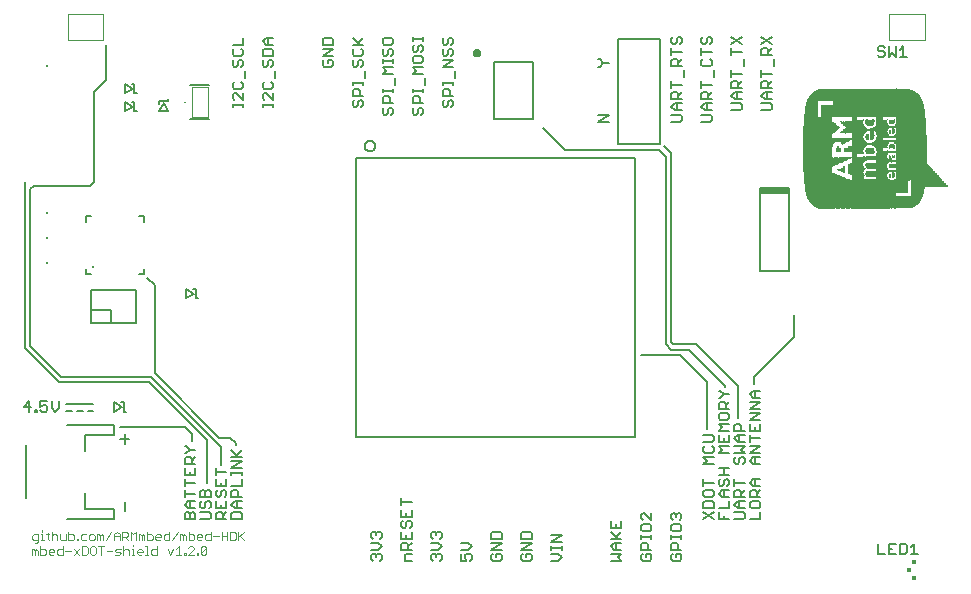
<source format=gto>
G75*
%MOIN*%
%OFA0B0*%
%FSLAX25Y25*%
%IPPOS*%
%LPD*%
%AMOC8*
5,1,8,0,0,1.08239X$1,22.5*
%
%ADD10C,0.00200*%
%ADD11C,0.00500*%
%ADD12C,0.00800*%
%ADD13C,0.00600*%
%ADD14R,0.00080X0.00080*%
%ADD15R,0.00080X0.00160*%
%ADD16R,0.00080X0.00240*%
%ADD17R,0.00080X0.00400*%
%ADD18R,0.00080X0.00480*%
%ADD19R,0.00080X0.00560*%
%ADD20R,0.00080X0.00640*%
%ADD21R,0.00080X0.00720*%
%ADD22R,0.00080X0.00800*%
%ADD23R,0.00080X0.00880*%
%ADD24R,0.00080X0.00960*%
%ADD25R,0.00080X0.01040*%
%ADD26R,0.00080X0.01120*%
%ADD27R,0.00080X0.01200*%
%ADD28R,0.00080X0.01360*%
%ADD29R,0.00080X0.01440*%
%ADD30R,0.00080X0.01520*%
%ADD31R,0.00080X0.01600*%
%ADD32R,0.00080X0.01680*%
%ADD33R,0.00080X0.01760*%
%ADD34R,0.00080X0.01840*%
%ADD35R,0.00080X0.01920*%
%ADD36R,0.00080X0.02000*%
%ADD37R,0.00080X0.02080*%
%ADD38R,0.00080X0.02160*%
%ADD39R,0.00080X0.02320*%
%ADD40R,0.00080X0.02400*%
%ADD41R,0.00080X0.02480*%
%ADD42R,0.00080X0.02560*%
%ADD43R,0.00080X0.02640*%
%ADD44R,0.00080X0.02720*%
%ADD45R,0.00080X0.02800*%
%ADD46R,0.00080X0.02880*%
%ADD47R,0.00080X0.02960*%
%ADD48R,0.00080X0.03040*%
%ADD49R,0.00080X0.03120*%
%ADD50R,0.00080X0.03280*%
%ADD51R,0.00080X0.03360*%
%ADD52R,0.00080X0.03440*%
%ADD53R,0.00080X0.03520*%
%ADD54R,0.00080X0.03600*%
%ADD55R,0.00080X0.03680*%
%ADD56R,0.00080X0.03760*%
%ADD57R,0.00080X0.03840*%
%ADD58R,0.00080X0.03920*%
%ADD59R,0.00080X0.04000*%
%ADD60R,0.00080X0.04080*%
%ADD61R,0.00080X0.04240*%
%ADD62R,0.00080X0.04320*%
%ADD63R,0.00080X0.04400*%
%ADD64R,0.00080X0.04480*%
%ADD65R,0.00080X0.04560*%
%ADD66R,0.00080X0.04640*%
%ADD67R,0.00080X0.04720*%
%ADD68R,0.00080X0.04800*%
%ADD69R,0.00080X0.04880*%
%ADD70R,0.00080X0.04960*%
%ADD71R,0.00080X0.05120*%
%ADD72R,0.00080X0.05200*%
%ADD73R,0.00080X0.05280*%
%ADD74R,0.00080X0.05360*%
%ADD75R,0.00080X0.05440*%
%ADD76R,0.00080X0.05520*%
%ADD77R,0.00080X0.05600*%
%ADD78R,0.00080X0.05680*%
%ADD79R,0.00080X0.05760*%
%ADD80R,0.00080X0.05840*%
%ADD81R,0.00080X0.05920*%
%ADD82R,0.00080X0.06080*%
%ADD83R,0.00080X0.06160*%
%ADD84R,0.00080X0.06240*%
%ADD85R,0.00080X0.06320*%
%ADD86R,0.00080X0.06400*%
%ADD87R,0.00080X0.06480*%
%ADD88R,0.00080X0.06560*%
%ADD89R,0.00080X0.06640*%
%ADD90R,0.00080X0.06720*%
%ADD91R,0.00080X0.06800*%
%ADD92R,0.00080X0.06880*%
%ADD93R,0.00080X0.07040*%
%ADD94R,0.00080X0.07120*%
%ADD95R,0.00080X0.07200*%
%ADD96R,0.00080X0.07280*%
%ADD97R,0.00080X0.07360*%
%ADD98R,0.00080X0.07440*%
%ADD99R,0.00080X0.07520*%
%ADD100R,0.00080X0.07600*%
%ADD101R,0.00080X0.07680*%
%ADD102R,0.00080X0.07760*%
%ADD103R,0.00080X0.07840*%
%ADD104R,0.00080X0.08000*%
%ADD105R,0.00080X0.17120*%
%ADD106R,0.00080X0.19120*%
%ADD107R,0.00080X0.20640*%
%ADD108R,0.00080X0.21840*%
%ADD109R,0.00080X0.22960*%
%ADD110R,0.00080X0.23920*%
%ADD111R,0.00080X0.24720*%
%ADD112R,0.00080X0.25200*%
%ADD113R,0.00080X0.26720*%
%ADD114R,0.00080X0.27760*%
%ADD115R,0.00080X0.28640*%
%ADD116R,0.00080X0.29360*%
%ADD117R,0.00080X0.30000*%
%ADD118R,0.00080X0.30560*%
%ADD119R,0.00080X0.31120*%
%ADD120R,0.00080X0.31520*%
%ADD121R,0.00080X0.31920*%
%ADD122R,0.00080X0.32400*%
%ADD123R,0.00080X0.32720*%
%ADD124R,0.00080X0.33040*%
%ADD125R,0.00080X0.33360*%
%ADD126R,0.00080X0.33680*%
%ADD127R,0.00080X0.34000*%
%ADD128R,0.00080X0.34240*%
%ADD129R,0.00080X0.34560*%
%ADD130R,0.00080X0.34800*%
%ADD131R,0.00080X0.35040*%
%ADD132R,0.00080X0.35280*%
%ADD133R,0.00080X0.35520*%
%ADD134R,0.00080X0.35680*%
%ADD135R,0.00080X0.35920*%
%ADD136R,0.00080X0.36080*%
%ADD137R,0.00080X0.36320*%
%ADD138R,0.00080X0.36480*%
%ADD139R,0.00080X0.36640*%
%ADD140R,0.00080X0.36800*%
%ADD141R,0.00080X0.36960*%
%ADD142R,0.00080X0.37120*%
%ADD143R,0.00080X0.37280*%
%ADD144R,0.00080X0.37440*%
%ADD145R,0.00080X0.37520*%
%ADD146R,0.00080X0.37600*%
%ADD147R,0.00080X0.37760*%
%ADD148R,0.00080X0.37920*%
%ADD149R,0.00080X0.38000*%
%ADD150R,0.00080X0.38080*%
%ADD151R,0.00080X0.38240*%
%ADD152R,0.00080X0.38320*%
%ADD153R,0.00080X0.38400*%
%ADD154R,0.00080X0.38480*%
%ADD155R,0.00080X0.38560*%
%ADD156R,0.00080X0.38720*%
%ADD157R,0.00080X0.38880*%
%ADD158R,0.00080X0.39040*%
%ADD159R,0.00080X0.39120*%
%ADD160R,0.00080X0.39200*%
%ADD161R,0.00080X0.39280*%
%ADD162R,0.00080X0.39360*%
%ADD163R,0.00080X0.03840*%
%ADD164R,0.00080X0.30240*%
%ADD165R,0.00080X0.30320*%
%ADD166R,0.00080X0.30400*%
%ADD167R,0.00080X0.30480*%
%ADD168R,0.00080X0.04160*%
%ADD169R,0.00080X0.05440*%
%ADD170R,0.00080X0.10400*%
%ADD171R,0.00080X0.05040*%
%ADD172R,0.00080X0.01280*%
%ADD173R,0.00080X0.01440*%
%ADD174R,0.00080X0.09760*%
%ADD175R,0.00080X0.01040*%
%ADD176R,0.00080X0.01520*%
%ADD177R,0.00080X0.09600*%
%ADD178R,0.00080X0.10080*%
%ADD179R,0.00080X0.10000*%
%ADD180R,0.00080X0.00720*%
%ADD181R,0.00080X0.09840*%
%ADD182R,0.00080X0.01120*%
%ADD183R,0.00080X0.00640*%
%ADD184R,0.00080X0.09680*%
%ADD185R,0.00080X0.09520*%
%ADD186R,0.00080X0.09440*%
%ADD187R,0.00080X0.02640*%
%ADD188R,0.00080X0.09360*%
%ADD189R,0.00080X0.02240*%
%ADD190R,0.00080X0.09920*%
%ADD191R,0.00080X0.10240*%
%ADD192R,0.00080X0.10480*%
%ADD193R,0.00080X0.19280*%
%ADD194R,0.00080X0.06000*%
%ADD195R,0.00080X0.19360*%
%ADD196R,0.00080X0.39920*%
%ADD197R,0.00080X0.18560*%
%ADD198R,0.00080X0.15520*%
%ADD199R,0.00080X0.01840*%
%ADD200R,0.00080X0.03440*%
%ADD201R,0.00080X0.09280*%
%ADD202R,0.00080X0.02240*%
%ADD203R,0.00080X0.00320*%
%ADD204R,0.00080X0.01920*%
%ADD205R,0.00080X0.00240*%
%ADD206R,0.00080X0.00320*%
%ADD207R,0.00080X0.02720*%
%ADD208R,0.00080X0.11760*%
%ADD209R,0.00080X0.02320*%
%ADD210R,0.00080X0.17280*%
%ADD211R,0.00080X0.11440*%
%ADD212R,0.00080X0.11600*%
%ADD213R,0.00080X0.03520*%
%ADD214R,0.00080X0.03200*%
%ADD215R,0.00080X0.03120*%
%ADD216R,0.00080X0.10160*%
%ADD217R,0.00080X0.10320*%
%ADD218R,0.00080X0.10560*%
%ADD219R,0.00080X0.10640*%
%ADD220R,0.00080X0.10720*%
%ADD221R,0.00080X0.10800*%
%ADD222R,0.00080X0.10880*%
%ADD223R,0.00080X0.10960*%
%ADD224R,0.00080X0.11040*%
%ADD225R,0.00080X0.11120*%
%ADD226R,0.00080X0.11200*%
%ADD227R,0.00080X0.11280*%
%ADD228R,0.00080X0.11360*%
%ADD229R,0.00080X0.11520*%
%ADD230R,0.00080X0.11680*%
%ADD231R,0.00080X0.03040*%
%ADD232R,0.00080X0.11840*%
%ADD233R,0.00080X0.11920*%
%ADD234R,0.00080X0.12000*%
%ADD235R,0.00080X0.34640*%
%ADD236R,0.00080X0.03920*%
%ADD237R,0.00080X0.38960*%
%ADD238R,0.00080X0.38800*%
%ADD239R,0.00080X0.38640*%
%ADD240R,0.00080X0.38160*%
%ADD241R,0.00080X0.37840*%
%ADD242R,0.00080X0.37680*%
%ADD243R,0.00080X0.37040*%
%ADD244R,0.00080X0.36880*%
%ADD245R,0.00080X0.36160*%
%ADD246R,0.00080X0.35760*%
%ADD247R,0.00080X0.33760*%
%ADD248R,0.00080X0.33440*%
%ADD249R,0.00080X0.32640*%
%ADD250R,0.00080X0.32320*%
%ADD251R,0.00080X0.31840*%
%ADD252R,0.00080X0.31520*%
%ADD253R,0.00080X0.31040*%
%ADD254R,0.00080X0.29840*%
%ADD255R,0.00080X0.29120*%
%ADD256R,0.00080X0.28400*%
%ADD257R,0.00080X0.27520*%
%ADD258R,0.00080X0.26240*%
%ADD259R,0.00080X0.24640*%
%ADD260R,0.00080X0.23520*%
%ADD261R,0.00080X0.21760*%
%ADD262R,0.00080X0.19840*%
%ADD263R,0.00080X0.17680*%
%ADD264R,0.00080X0.15120*%
%ADD265C,0.00039*%
%ADD266C,0.00295*%
%ADD267R,0.00984X0.00984*%
%ADD268C,0.00394*%
%ADD269R,0.00886X0.00886*%
%ADD270R,0.01673X0.01280*%
%ADD271R,0.01378X0.01378*%
%ADD272C,0.01600*%
%ADD273C,0.00700*%
D10*
X0032468Y0035960D02*
X0032468Y0037828D01*
X0032935Y0037828D01*
X0033402Y0037361D01*
X0033402Y0035960D01*
X0033402Y0037361D02*
X0033869Y0037828D01*
X0034336Y0037361D01*
X0034336Y0035960D01*
X0035230Y0038762D02*
X0035230Y0035960D01*
X0036631Y0035960D01*
X0037099Y0036427D01*
X0037099Y0037361D01*
X0036631Y0037828D01*
X0035230Y0037828D01*
X0039394Y0035960D02*
X0038460Y0035960D01*
X0037993Y0036427D01*
X0037993Y0037361D01*
X0038460Y0037828D01*
X0039394Y0037828D01*
X0039861Y0037361D01*
X0039861Y0036894D01*
X0037993Y0036894D01*
X0042623Y0038762D02*
X0042623Y0035960D01*
X0041222Y0035960D01*
X0040755Y0036427D01*
X0040755Y0037361D01*
X0041222Y0037828D01*
X0042623Y0037828D01*
X0043517Y0037361D02*
X0045386Y0037361D01*
X0046280Y0037828D02*
X0048148Y0035960D01*
X0046280Y0035960D02*
X0048148Y0037828D01*
X0049042Y0038762D02*
X0049042Y0035960D01*
X0050443Y0035960D01*
X0050910Y0036427D01*
X0050910Y0038295D01*
X0050443Y0038762D01*
X0049042Y0038762D01*
X0053206Y0038762D02*
X0052271Y0038762D01*
X0051804Y0038295D01*
X0051804Y0036427D01*
X0052271Y0035960D01*
X0053206Y0035960D01*
X0053673Y0036427D01*
X0053673Y0038295D01*
X0053206Y0038762D01*
X0055501Y0038762D02*
X0055501Y0035960D01*
X0054567Y0038762D02*
X0056435Y0038762D01*
X0057329Y0037361D02*
X0059197Y0037361D01*
X0060091Y0035960D02*
X0061493Y0035960D01*
X0061960Y0036427D01*
X0061493Y0036894D01*
X0060559Y0036894D01*
X0060091Y0037361D01*
X0060559Y0037828D01*
X0061960Y0037828D01*
X0062854Y0038762D02*
X0062854Y0035960D01*
X0062854Y0037361D02*
X0063321Y0037828D01*
X0064255Y0037828D01*
X0064722Y0037361D01*
X0064722Y0035960D01*
X0065616Y0037828D02*
X0066083Y0037828D01*
X0066083Y0035960D01*
X0065616Y0035960D02*
X0066550Y0035960D01*
X0066083Y0038762D02*
X0066083Y0039229D01*
X0068859Y0035960D02*
X0067925Y0035960D01*
X0067458Y0036427D01*
X0067458Y0037361D01*
X0067925Y0037828D01*
X0068859Y0037828D01*
X0069326Y0037361D01*
X0069326Y0036894D01*
X0067458Y0036894D01*
X0070220Y0038762D02*
X0070687Y0038762D01*
X0070687Y0035960D01*
X0070220Y0035960D02*
X0071154Y0035960D01*
X0073930Y0038762D02*
X0073930Y0035960D01*
X0072529Y0035960D01*
X0072062Y0036427D01*
X0072062Y0037361D01*
X0072529Y0037828D01*
X0073930Y0037828D01*
X0077586Y0037828D02*
X0078520Y0035960D01*
X0079455Y0037828D01*
X0080349Y0037828D02*
X0081283Y0038762D01*
X0081283Y0035960D01*
X0080349Y0035960D02*
X0082217Y0035960D01*
X0083111Y0035960D02*
X0083111Y0036427D01*
X0083578Y0036427D01*
X0083578Y0035960D01*
X0083111Y0035960D01*
X0086361Y0035960D02*
X0084492Y0035960D01*
X0086361Y0037828D01*
X0086361Y0038295D01*
X0085893Y0038762D01*
X0084959Y0038762D01*
X0084492Y0038295D01*
X0087255Y0035960D02*
X0087255Y0036427D01*
X0087722Y0036427D01*
X0087722Y0035960D01*
X0087255Y0035960D01*
X0088636Y0036427D02*
X0088636Y0038295D01*
X0089103Y0038762D01*
X0090037Y0038762D01*
X0090504Y0038295D01*
X0090504Y0036427D01*
X0090037Y0035960D01*
X0089103Y0035960D01*
X0088636Y0036427D01*
X0090504Y0038295D01*
X0033482Y0039966D02*
X0033949Y0039966D01*
X0034416Y0040433D01*
X0034416Y0042768D01*
X0033015Y0042768D01*
X0032548Y0042301D01*
X0032548Y0041367D01*
X0033015Y0040900D01*
X0034416Y0040900D01*
X0035310Y0042768D02*
X0035777Y0042768D01*
X0035777Y0040900D01*
X0035310Y0040900D02*
X0036244Y0040900D01*
X0035777Y0043702D02*
X0035777Y0044169D01*
X0037619Y0043235D02*
X0037619Y0041367D01*
X0038086Y0040900D01*
X0038086Y0042768D02*
X0037152Y0042768D01*
X0038993Y0043702D02*
X0038993Y0040900D01*
X0038993Y0042301D02*
X0039461Y0042768D01*
X0040395Y0042768D01*
X0040862Y0042301D01*
X0040862Y0040900D01*
X0041756Y0042768D02*
X0041756Y0041367D01*
X0042223Y0040900D01*
X0043624Y0040900D01*
X0043624Y0042768D01*
X0044518Y0043702D02*
X0044518Y0040900D01*
X0045919Y0040900D01*
X0046386Y0041367D01*
X0046386Y0042301D01*
X0045919Y0042768D01*
X0044518Y0042768D01*
X0047280Y0040900D02*
X0047280Y0041367D01*
X0047748Y0041367D01*
X0047748Y0040900D01*
X0047280Y0040900D01*
X0050530Y0042768D02*
X0049129Y0042768D01*
X0048662Y0042301D01*
X0048662Y0041367D01*
X0049129Y0040900D01*
X0050530Y0040900D01*
X0051891Y0040900D02*
X0052825Y0040900D01*
X0053292Y0041367D01*
X0053292Y0042301D01*
X0052825Y0042768D01*
X0051891Y0042768D01*
X0051424Y0042301D01*
X0051424Y0041367D01*
X0051891Y0040900D01*
X0054186Y0040900D02*
X0054186Y0042768D01*
X0054653Y0042768D01*
X0055121Y0042301D01*
X0055121Y0040900D01*
X0055121Y0042301D02*
X0055588Y0042768D01*
X0056055Y0042301D01*
X0056055Y0040900D01*
X0056949Y0040900D02*
X0058817Y0043702D01*
X0059711Y0040900D02*
X0059711Y0042768D01*
X0060645Y0043702D01*
X0061579Y0042768D01*
X0061579Y0040900D01*
X0061579Y0042301D02*
X0059711Y0042301D01*
X0062473Y0040900D02*
X0062473Y0043702D01*
X0063875Y0043702D01*
X0064342Y0043235D01*
X0064342Y0042301D01*
X0063875Y0041834D01*
X0062473Y0041834D01*
X0063408Y0041834D02*
X0064342Y0040900D01*
X0065236Y0040900D02*
X0065236Y0043702D01*
X0066170Y0042768D01*
X0067104Y0043702D01*
X0067104Y0040900D01*
X0067998Y0040900D02*
X0067998Y0042768D01*
X0068465Y0042768D01*
X0068932Y0042301D01*
X0068932Y0040900D01*
X0068932Y0042301D02*
X0069399Y0042768D01*
X0069866Y0042301D01*
X0069866Y0040900D01*
X0070760Y0043702D02*
X0070760Y0040900D01*
X0072162Y0040900D01*
X0072629Y0041367D01*
X0072629Y0042301D01*
X0072162Y0042768D01*
X0070760Y0042768D01*
X0074924Y0040900D02*
X0073990Y0040900D01*
X0073523Y0041367D01*
X0073523Y0042301D01*
X0073990Y0042768D01*
X0074924Y0042768D01*
X0075391Y0042301D01*
X0075391Y0041834D01*
X0073523Y0041834D01*
X0078153Y0043702D02*
X0078153Y0040900D01*
X0076752Y0040900D01*
X0076285Y0041367D01*
X0076285Y0042301D01*
X0076752Y0042768D01*
X0078153Y0042768D01*
X0079048Y0040900D02*
X0080916Y0043702D01*
X0081810Y0040900D02*
X0081810Y0042768D01*
X0082277Y0042768D01*
X0082744Y0042301D01*
X0082744Y0040900D01*
X0082744Y0042301D02*
X0083211Y0042768D01*
X0083678Y0042301D01*
X0083678Y0040900D01*
X0084572Y0043702D02*
X0084572Y0040900D01*
X0085973Y0040900D01*
X0086441Y0041367D01*
X0086441Y0042301D01*
X0085973Y0042768D01*
X0084572Y0042768D01*
X0088736Y0040900D02*
X0087802Y0040900D01*
X0087335Y0041367D01*
X0087335Y0042301D01*
X0087802Y0042768D01*
X0088736Y0042768D01*
X0089203Y0042301D01*
X0089203Y0041834D01*
X0087335Y0041834D01*
X0091965Y0043702D02*
X0091965Y0040900D01*
X0090564Y0040900D01*
X0090097Y0041367D01*
X0090097Y0042301D01*
X0090564Y0042768D01*
X0091965Y0042768D01*
X0092859Y0042301D02*
X0094728Y0042301D01*
X0095622Y0040900D02*
X0095622Y0043702D01*
X0095622Y0042301D02*
X0097490Y0042301D01*
X0097490Y0043702D02*
X0097490Y0040900D01*
X0098384Y0043702D02*
X0098384Y0040900D01*
X0099785Y0040900D01*
X0100252Y0041367D01*
X0100252Y0043235D01*
X0099785Y0043702D01*
X0098384Y0043702D01*
X0101146Y0043702D02*
X0101146Y0040900D01*
X0101146Y0041834D02*
X0103015Y0043702D01*
X0101613Y0042301D02*
X0103015Y0040900D01*
D11*
X0146054Y0034000D02*
X0145470Y0034584D01*
X0145470Y0035751D01*
X0146054Y0036335D01*
X0146638Y0036335D01*
X0147221Y0035751D01*
X0147221Y0035168D01*
X0147221Y0035751D02*
X0147805Y0036335D01*
X0148389Y0036335D01*
X0148973Y0035751D01*
X0148973Y0034584D01*
X0148389Y0034000D01*
X0145470Y0037683D02*
X0147805Y0037683D01*
X0148973Y0038851D01*
X0147805Y0040018D01*
X0145470Y0040018D01*
X0146054Y0041366D02*
X0145470Y0041950D01*
X0145470Y0043118D01*
X0146054Y0043702D01*
X0146638Y0043702D01*
X0147221Y0043118D01*
X0147221Y0042534D01*
X0147221Y0043118D02*
X0147805Y0043702D01*
X0148389Y0043702D01*
X0148973Y0043118D01*
X0148973Y0041950D01*
X0148389Y0041366D01*
X0158973Y0034000D02*
X0156638Y0034000D01*
X0156638Y0035751D01*
X0157221Y0036335D01*
X0158973Y0036335D01*
X0158973Y0037683D02*
X0155470Y0037683D01*
X0155470Y0039435D01*
X0156054Y0040018D01*
X0157221Y0040018D01*
X0157805Y0039435D01*
X0157805Y0037683D01*
X0157805Y0038851D02*
X0158973Y0040018D01*
X0155470Y0043702D02*
X0155470Y0041366D01*
X0158973Y0041366D01*
X0158973Y0043702D01*
X0157221Y0042534D02*
X0157221Y0041366D01*
X0156054Y0047385D02*
X0155470Y0046801D01*
X0155470Y0045633D01*
X0156054Y0045049D01*
X0156638Y0045049D01*
X0157221Y0045633D01*
X0157221Y0046801D01*
X0157805Y0047385D01*
X0158389Y0047385D01*
X0158973Y0046801D01*
X0158973Y0045633D01*
X0158389Y0045049D01*
X0155470Y0051068D02*
X0155470Y0048733D01*
X0158973Y0048733D01*
X0158973Y0051068D01*
X0157221Y0049900D02*
X0157221Y0048733D01*
X0158973Y0053583D02*
X0155470Y0053583D01*
X0155470Y0052416D02*
X0155470Y0054751D01*
X0166054Y0034000D02*
X0165470Y0034584D01*
X0165470Y0035751D01*
X0166054Y0036335D01*
X0166638Y0036335D01*
X0167221Y0035751D01*
X0167221Y0035168D01*
X0167221Y0035751D02*
X0167805Y0036335D01*
X0168389Y0036335D01*
X0168973Y0035751D01*
X0168973Y0034584D01*
X0168389Y0034000D01*
X0165470Y0037683D02*
X0167805Y0037683D01*
X0168973Y0038851D01*
X0167805Y0040018D01*
X0165470Y0040018D01*
X0166054Y0041366D02*
X0165470Y0041950D01*
X0165470Y0043118D01*
X0166054Y0043702D01*
X0166638Y0043702D01*
X0167221Y0043118D01*
X0167221Y0042534D01*
X0167221Y0043118D02*
X0167805Y0043702D01*
X0168389Y0043702D01*
X0168973Y0043118D01*
X0168973Y0041950D01*
X0168389Y0041366D01*
X0175470Y0036335D02*
X0175470Y0034000D01*
X0177221Y0034000D01*
X0176638Y0035168D01*
X0176638Y0035751D01*
X0177221Y0036335D01*
X0178389Y0036335D01*
X0178973Y0035751D01*
X0178973Y0034584D01*
X0178389Y0034000D01*
X0175470Y0037683D02*
X0177805Y0037683D01*
X0178973Y0038851D01*
X0177805Y0040018D01*
X0175470Y0040018D01*
X0186054Y0036335D02*
X0185470Y0035751D01*
X0185470Y0034584D01*
X0186054Y0034000D01*
X0188389Y0034000D01*
X0188973Y0034584D01*
X0188973Y0035751D01*
X0188389Y0036335D01*
X0187221Y0036335D01*
X0187221Y0035168D01*
X0188973Y0037683D02*
X0185470Y0037683D01*
X0188973Y0040018D01*
X0185470Y0040018D01*
X0185470Y0041366D02*
X0188973Y0041366D01*
X0188973Y0043118D01*
X0188389Y0043702D01*
X0186054Y0043702D01*
X0185470Y0043118D01*
X0185470Y0041366D01*
X0196054Y0036335D02*
X0195470Y0035751D01*
X0195470Y0034584D01*
X0196054Y0034000D01*
X0198389Y0034000D01*
X0198973Y0034584D01*
X0198973Y0035751D01*
X0198389Y0036335D01*
X0197221Y0036335D01*
X0197221Y0035168D01*
X0198973Y0037683D02*
X0195470Y0037683D01*
X0198973Y0040018D01*
X0195470Y0040018D01*
X0195470Y0041366D02*
X0198973Y0041366D01*
X0198973Y0043118D01*
X0198389Y0043702D01*
X0196054Y0043702D01*
X0195470Y0043118D01*
X0195470Y0041366D01*
X0205470Y0034000D02*
X0207805Y0034000D01*
X0208973Y0035168D01*
X0207805Y0036335D01*
X0205470Y0036335D01*
X0208973Y0037683D02*
X0208973Y0038851D01*
X0208973Y0038267D02*
X0205470Y0038267D01*
X0205470Y0037683D02*
X0205470Y0038851D01*
X0208973Y0040139D02*
X0205470Y0040139D01*
X0208973Y0042474D01*
X0205470Y0042474D01*
X0225370Y0034000D02*
X0228873Y0034000D01*
X0227705Y0035168D01*
X0228873Y0036335D01*
X0225370Y0036335D01*
X0228873Y0037683D02*
X0226538Y0037683D01*
X0225370Y0038851D01*
X0226538Y0040018D01*
X0228873Y0040018D01*
X0227121Y0040018D02*
X0227121Y0037683D01*
X0225370Y0041366D02*
X0228873Y0041366D01*
X0227705Y0041366D02*
X0225370Y0043702D01*
X0227121Y0041950D02*
X0228873Y0043702D01*
X0225370Y0047385D02*
X0225370Y0045049D01*
X0228873Y0045049D01*
X0228873Y0047385D01*
X0227121Y0046217D02*
X0227121Y0045049D01*
X0235954Y0036335D02*
X0235370Y0035751D01*
X0235370Y0034584D01*
X0235954Y0034000D01*
X0238289Y0034000D01*
X0238873Y0034584D01*
X0238873Y0035751D01*
X0238289Y0036335D01*
X0237121Y0036335D01*
X0237121Y0035168D01*
X0238873Y0037683D02*
X0235370Y0037683D01*
X0235370Y0039435D01*
X0235954Y0040018D01*
X0237121Y0040018D01*
X0237705Y0039435D01*
X0237705Y0037683D01*
X0238873Y0041366D02*
X0238873Y0042534D01*
X0238873Y0041950D02*
X0235370Y0041950D01*
X0235370Y0041366D02*
X0235370Y0042534D01*
X0235370Y0045573D02*
X0235370Y0044406D01*
X0235954Y0043822D01*
X0238289Y0043822D01*
X0238873Y0044406D01*
X0238873Y0045573D01*
X0238289Y0046157D01*
X0235954Y0046157D01*
X0235370Y0045573D01*
X0238873Y0049840D02*
X0238873Y0047505D01*
X0236538Y0049840D01*
X0235954Y0049840D01*
X0235370Y0049256D01*
X0235370Y0048089D01*
X0235954Y0047505D01*
X0245954Y0036335D02*
X0245370Y0035751D01*
X0245370Y0034584D01*
X0245954Y0034000D01*
X0248289Y0034000D01*
X0248873Y0034584D01*
X0248873Y0035751D01*
X0248289Y0036335D01*
X0247121Y0036335D01*
X0247121Y0035168D01*
X0248873Y0037683D02*
X0245370Y0037683D01*
X0245370Y0039435D01*
X0245954Y0040018D01*
X0247121Y0040018D01*
X0247705Y0039435D01*
X0247705Y0037683D01*
X0248873Y0041366D02*
X0248873Y0042534D01*
X0248873Y0041950D02*
X0245370Y0041950D01*
X0245370Y0041366D02*
X0245370Y0042534D01*
X0245370Y0045573D02*
X0245370Y0044406D01*
X0245954Y0043822D01*
X0248289Y0043822D01*
X0248873Y0044406D01*
X0248873Y0045573D01*
X0248289Y0046157D01*
X0245954Y0046157D01*
X0245370Y0045573D01*
X0245954Y0047505D02*
X0245370Y0048089D01*
X0245370Y0049256D01*
X0245954Y0049840D01*
X0246538Y0049840D01*
X0247121Y0049256D01*
X0247121Y0048673D01*
X0247121Y0049256D02*
X0247705Y0049840D01*
X0248289Y0049840D01*
X0248873Y0049256D01*
X0248873Y0048089D01*
X0248289Y0047505D01*
X0102798Y0185180D02*
X0102798Y0186348D01*
X0102798Y0185764D02*
X0099295Y0185764D01*
X0099295Y0185180D02*
X0099295Y0186348D01*
X0102798Y0189971D02*
X0102798Y0187636D01*
X0100463Y0189971D01*
X0099879Y0189971D01*
X0099295Y0189387D01*
X0099295Y0188220D01*
X0099879Y0187636D01*
X0099879Y0193654D02*
X0099295Y0193070D01*
X0099295Y0191903D01*
X0099879Y0191319D01*
X0102214Y0191319D01*
X0102798Y0191903D01*
X0102798Y0193070D01*
X0102214Y0193654D01*
X0103382Y0195002D02*
X0103382Y0197337D01*
X0099879Y0201021D02*
X0099295Y0200437D01*
X0099295Y0199269D01*
X0099879Y0198685D01*
X0100463Y0198685D01*
X0101046Y0199269D01*
X0101046Y0200437D01*
X0101630Y0201021D01*
X0102214Y0201021D01*
X0102798Y0200437D01*
X0102798Y0199269D01*
X0102214Y0198685D01*
X0099879Y0204704D02*
X0099295Y0204120D01*
X0099295Y0202952D01*
X0099879Y0202368D01*
X0102214Y0202368D01*
X0102798Y0202952D01*
X0102798Y0204120D01*
X0102214Y0204704D01*
X0099295Y0206052D02*
X0102798Y0206052D01*
X0102798Y0208387D01*
X0112798Y0186348D02*
X0112798Y0185180D01*
X0112798Y0185764D02*
X0109295Y0185764D01*
X0109295Y0185180D02*
X0109295Y0186348D01*
X0112798Y0189971D02*
X0112798Y0187636D01*
X0110463Y0189971D01*
X0109879Y0189971D01*
X0109295Y0189387D01*
X0109295Y0188220D01*
X0109879Y0187636D01*
X0109879Y0193654D02*
X0109295Y0193070D01*
X0109295Y0191903D01*
X0109879Y0191319D01*
X0112214Y0191319D01*
X0112798Y0191903D01*
X0112798Y0193070D01*
X0112214Y0193654D01*
X0113382Y0195002D02*
X0113382Y0197337D01*
X0109879Y0201021D02*
X0109295Y0200437D01*
X0109295Y0199269D01*
X0109879Y0198685D01*
X0110463Y0198685D01*
X0111046Y0199269D01*
X0111046Y0200437D01*
X0111630Y0201021D01*
X0112214Y0201021D01*
X0112798Y0200437D01*
X0112798Y0199269D01*
X0112214Y0198685D01*
X0109295Y0202368D02*
X0112798Y0202368D01*
X0112798Y0204120D01*
X0112214Y0204704D01*
X0109879Y0204704D01*
X0109295Y0204120D01*
X0109295Y0202368D01*
X0112798Y0206052D02*
X0110463Y0206052D01*
X0109295Y0207219D01*
X0110463Y0208387D01*
X0112798Y0208387D01*
X0111046Y0208387D02*
X0111046Y0206052D01*
X0129879Y0201021D02*
X0129295Y0200437D01*
X0129295Y0199269D01*
X0129879Y0198685D01*
X0132214Y0198685D01*
X0132798Y0199269D01*
X0132798Y0200437D01*
X0132214Y0201021D01*
X0131046Y0201021D01*
X0131046Y0199853D01*
X0132798Y0202368D02*
X0129295Y0202368D01*
X0132798Y0204704D01*
X0129295Y0204704D01*
X0129295Y0206052D02*
X0132798Y0206052D01*
X0132798Y0207803D01*
X0132214Y0208387D01*
X0129879Y0208387D01*
X0129295Y0207803D01*
X0129295Y0206052D01*
X0139879Y0187516D02*
X0139295Y0186932D01*
X0139295Y0185764D01*
X0139879Y0185180D01*
X0140463Y0185180D01*
X0141046Y0185764D01*
X0141046Y0186932D01*
X0141630Y0187516D01*
X0142214Y0187516D01*
X0142798Y0186932D01*
X0142798Y0185764D01*
X0142214Y0185180D01*
X0142798Y0188864D02*
X0139295Y0188864D01*
X0139295Y0190615D01*
X0139879Y0191199D01*
X0141046Y0191199D01*
X0141630Y0190615D01*
X0141630Y0188864D01*
X0142798Y0192547D02*
X0142798Y0193714D01*
X0142798Y0193131D02*
X0139295Y0193131D01*
X0139295Y0193714D02*
X0139295Y0192547D01*
X0143382Y0195002D02*
X0143382Y0197337D01*
X0139879Y0201021D02*
X0139295Y0200437D01*
X0139295Y0199269D01*
X0139879Y0198685D01*
X0140463Y0198685D01*
X0141046Y0199269D01*
X0141046Y0200437D01*
X0141630Y0201021D01*
X0142214Y0201021D01*
X0142798Y0200437D01*
X0142798Y0199269D01*
X0142214Y0198685D01*
X0139879Y0204704D02*
X0139295Y0204120D01*
X0139295Y0202952D01*
X0139879Y0202368D01*
X0142214Y0202368D01*
X0142798Y0202952D01*
X0142798Y0204120D01*
X0142214Y0204704D01*
X0142798Y0206052D02*
X0139295Y0206052D01*
X0141630Y0206052D02*
X0139295Y0208387D01*
X0141046Y0206635D02*
X0142798Y0208387D01*
X0149879Y0185060D02*
X0149295Y0184476D01*
X0149295Y0183309D01*
X0149879Y0182725D01*
X0150463Y0182725D01*
X0151046Y0183309D01*
X0151046Y0184476D01*
X0151630Y0185060D01*
X0152214Y0185060D01*
X0152798Y0184476D01*
X0152798Y0183309D01*
X0152214Y0182725D01*
X0152798Y0186408D02*
X0149295Y0186408D01*
X0149295Y0188160D01*
X0149879Y0188743D01*
X0151046Y0188743D01*
X0151630Y0188160D01*
X0151630Y0186408D01*
X0152798Y0190091D02*
X0152798Y0191259D01*
X0152798Y0190675D02*
X0149295Y0190675D01*
X0149295Y0190091D02*
X0149295Y0191259D01*
X0153382Y0192547D02*
X0153382Y0194882D01*
X0152798Y0196230D02*
X0149295Y0196230D01*
X0150463Y0197398D01*
X0149295Y0198565D01*
X0152798Y0198565D01*
X0152798Y0199913D02*
X0152798Y0201081D01*
X0152798Y0200497D02*
X0149295Y0200497D01*
X0149295Y0199913D02*
X0149295Y0201081D01*
X0149879Y0204704D02*
X0149295Y0204120D01*
X0149295Y0202952D01*
X0149879Y0202368D01*
X0150463Y0202368D01*
X0151046Y0202952D01*
X0151046Y0204120D01*
X0151630Y0204704D01*
X0152214Y0204704D01*
X0152798Y0204120D01*
X0152798Y0202952D01*
X0152214Y0202368D01*
X0149295Y0207803D02*
X0149295Y0206635D01*
X0149879Y0206052D01*
X0152214Y0206052D01*
X0152798Y0206635D01*
X0152798Y0207803D01*
X0152214Y0208387D01*
X0149879Y0208387D01*
X0149295Y0207803D01*
X0159879Y0185060D02*
X0159295Y0184476D01*
X0159295Y0183309D01*
X0159879Y0182725D01*
X0160463Y0182725D01*
X0161046Y0183309D01*
X0161046Y0184476D01*
X0161630Y0185060D01*
X0162214Y0185060D01*
X0162798Y0184476D01*
X0162798Y0183309D01*
X0162214Y0182725D01*
X0162798Y0186408D02*
X0159295Y0186408D01*
X0159295Y0188160D01*
X0159879Y0188743D01*
X0161046Y0188743D01*
X0161630Y0188160D01*
X0161630Y0186408D01*
X0162798Y0190091D02*
X0162798Y0191259D01*
X0162798Y0190675D02*
X0159295Y0190675D01*
X0159295Y0190091D02*
X0159295Y0191259D01*
X0163382Y0192547D02*
X0163382Y0194882D01*
X0162798Y0196230D02*
X0159295Y0196230D01*
X0160463Y0197398D01*
X0159295Y0198565D01*
X0162798Y0198565D01*
X0159295Y0201664D02*
X0159295Y0200497D01*
X0159879Y0199913D01*
X0162214Y0199913D01*
X0162798Y0200497D01*
X0162798Y0201664D01*
X0162214Y0202248D01*
X0159879Y0202248D01*
X0159295Y0201664D01*
X0159879Y0205931D02*
X0159295Y0205348D01*
X0159295Y0204180D01*
X0159879Y0203596D01*
X0160463Y0203596D01*
X0161046Y0204180D01*
X0161046Y0205348D01*
X0161630Y0205931D01*
X0162214Y0205931D01*
X0162798Y0205348D01*
X0162798Y0204180D01*
X0162214Y0203596D01*
X0162798Y0207279D02*
X0162798Y0208447D01*
X0162798Y0207863D02*
X0159295Y0207863D01*
X0159295Y0207279D02*
X0159295Y0208447D01*
X0169879Y0187516D02*
X0169295Y0186932D01*
X0169295Y0185764D01*
X0169879Y0185180D01*
X0170463Y0185180D01*
X0171046Y0185764D01*
X0171046Y0186932D01*
X0171630Y0187516D01*
X0172214Y0187516D01*
X0172798Y0186932D01*
X0172798Y0185764D01*
X0172214Y0185180D01*
X0172798Y0188864D02*
X0169295Y0188864D01*
X0169295Y0190615D01*
X0169879Y0191199D01*
X0171046Y0191199D01*
X0171630Y0190615D01*
X0171630Y0188864D01*
X0172798Y0192547D02*
X0172798Y0193714D01*
X0172798Y0193131D02*
X0169295Y0193131D01*
X0169295Y0193714D02*
X0169295Y0192547D01*
X0173382Y0195002D02*
X0173382Y0197337D01*
X0172798Y0198685D02*
X0169295Y0198685D01*
X0172798Y0201021D01*
X0169295Y0201021D01*
X0169879Y0204704D02*
X0169295Y0204120D01*
X0169295Y0202952D01*
X0169879Y0202368D01*
X0170463Y0202368D01*
X0171046Y0202952D01*
X0171046Y0204120D01*
X0171630Y0204704D01*
X0172214Y0204704D01*
X0172798Y0204120D01*
X0172798Y0202952D01*
X0172214Y0202368D01*
X0169879Y0208387D02*
X0169295Y0207803D01*
X0169295Y0206635D01*
X0169879Y0206052D01*
X0170463Y0206052D01*
X0171046Y0206635D01*
X0171046Y0207803D01*
X0171630Y0208387D01*
X0172214Y0208387D01*
X0172798Y0207803D01*
X0172798Y0206635D01*
X0172214Y0206052D01*
X0245495Y0180400D02*
X0248414Y0180400D01*
X0248998Y0180984D01*
X0248998Y0182151D01*
X0248414Y0182735D01*
X0245495Y0182735D01*
X0248998Y0184083D02*
X0246663Y0184083D01*
X0245495Y0185251D01*
X0246663Y0186418D01*
X0248998Y0186418D01*
X0247246Y0186418D02*
X0247246Y0184083D01*
X0248998Y0187766D02*
X0245495Y0187766D01*
X0245495Y0189518D01*
X0246079Y0190102D01*
X0247246Y0190102D01*
X0247830Y0189518D01*
X0247830Y0187766D01*
X0247830Y0188934D02*
X0248998Y0190102D01*
X0248998Y0192617D02*
X0245495Y0192617D01*
X0245495Y0191449D02*
X0245495Y0193785D01*
X0249582Y0195133D02*
X0249582Y0197468D01*
X0248998Y0198816D02*
X0245495Y0198816D01*
X0245495Y0200567D01*
X0246079Y0201151D01*
X0247246Y0201151D01*
X0247830Y0200567D01*
X0247830Y0198816D01*
X0247830Y0199983D02*
X0248998Y0201151D01*
X0248998Y0203667D02*
X0245495Y0203667D01*
X0245495Y0204834D02*
X0245495Y0202499D01*
X0246079Y0208517D02*
X0245495Y0207934D01*
X0245495Y0206766D01*
X0246079Y0206182D01*
X0246663Y0206182D01*
X0247246Y0206766D01*
X0247246Y0207934D01*
X0247830Y0208517D01*
X0248414Y0208517D01*
X0248998Y0207934D01*
X0248998Y0206766D01*
X0248414Y0206182D01*
X0255495Y0180400D02*
X0258414Y0180400D01*
X0258998Y0180984D01*
X0258998Y0182151D01*
X0258414Y0182735D01*
X0255495Y0182735D01*
X0258998Y0184083D02*
X0256663Y0184083D01*
X0255495Y0185251D01*
X0256663Y0186418D01*
X0258998Y0186418D01*
X0257246Y0186418D02*
X0257246Y0184083D01*
X0258998Y0187766D02*
X0255495Y0187766D01*
X0255495Y0189518D01*
X0256079Y0190102D01*
X0257246Y0190102D01*
X0257830Y0189518D01*
X0257830Y0187766D01*
X0257830Y0188934D02*
X0258998Y0190102D01*
X0258998Y0192617D02*
X0255495Y0192617D01*
X0255495Y0191449D02*
X0255495Y0193785D01*
X0259582Y0195133D02*
X0259582Y0197468D01*
X0256079Y0201151D02*
X0255495Y0200567D01*
X0255495Y0199400D01*
X0256079Y0198816D01*
X0258414Y0198816D01*
X0258998Y0199400D01*
X0258998Y0200567D01*
X0258414Y0201151D01*
X0258998Y0203667D02*
X0255495Y0203667D01*
X0255495Y0204834D02*
X0255495Y0202499D01*
X0256079Y0208517D02*
X0255495Y0207934D01*
X0255495Y0206766D01*
X0256079Y0206182D01*
X0256663Y0206182D01*
X0257246Y0206766D01*
X0257246Y0207934D01*
X0257830Y0208517D01*
X0258414Y0208517D01*
X0258998Y0207934D01*
X0258998Y0206766D01*
X0258414Y0206182D01*
X0265495Y0184083D02*
X0268414Y0184083D01*
X0268998Y0184667D01*
X0268998Y0185835D01*
X0268414Y0186418D01*
X0265495Y0186418D01*
X0268998Y0187766D02*
X0266663Y0187766D01*
X0265495Y0188934D01*
X0266663Y0190102D01*
X0268998Y0190102D01*
X0267246Y0190102D02*
X0267246Y0187766D01*
X0268998Y0191449D02*
X0265495Y0191449D01*
X0265495Y0193201D01*
X0266079Y0193785D01*
X0267246Y0193785D01*
X0267830Y0193201D01*
X0267830Y0191449D01*
X0267830Y0192617D02*
X0268998Y0193785D01*
X0268998Y0196300D02*
X0265495Y0196300D01*
X0265495Y0195133D02*
X0265495Y0197468D01*
X0269582Y0198816D02*
X0269582Y0201151D01*
X0268998Y0203667D02*
X0265495Y0203667D01*
X0265495Y0204834D02*
X0265495Y0202499D01*
X0265495Y0206182D02*
X0268998Y0208517D01*
X0268998Y0206182D02*
X0265495Y0208517D01*
X0275495Y0184083D02*
X0278414Y0184083D01*
X0278998Y0184667D01*
X0278998Y0185835D01*
X0278414Y0186418D01*
X0275495Y0186418D01*
X0278998Y0187766D02*
X0276663Y0187766D01*
X0275495Y0188934D01*
X0276663Y0190102D01*
X0278998Y0190102D01*
X0277246Y0190102D02*
X0277246Y0187766D01*
X0278998Y0191449D02*
X0275495Y0191449D01*
X0275495Y0193201D01*
X0276079Y0193785D01*
X0277246Y0193785D01*
X0277830Y0193201D01*
X0277830Y0191449D01*
X0277830Y0192617D02*
X0278998Y0193785D01*
X0278998Y0196300D02*
X0275495Y0196300D01*
X0275495Y0195133D02*
X0275495Y0197468D01*
X0279582Y0198816D02*
X0279582Y0201151D01*
X0278998Y0202499D02*
X0275495Y0202499D01*
X0275495Y0204250D01*
X0276079Y0204834D01*
X0277246Y0204834D01*
X0277830Y0204250D01*
X0277830Y0202499D01*
X0277830Y0203667D02*
X0278998Y0204834D01*
X0278998Y0208517D02*
X0275495Y0206182D01*
X0275495Y0208517D02*
X0278998Y0206182D01*
X0314248Y0039678D02*
X0314248Y0036175D01*
X0316583Y0036175D01*
X0320266Y0039678D02*
X0317931Y0039678D01*
X0317931Y0036175D01*
X0320266Y0036175D01*
X0319099Y0037926D02*
X0317931Y0037926D01*
X0321614Y0039678D02*
X0321614Y0036175D01*
X0323366Y0036175D01*
X0323950Y0036759D01*
X0323950Y0039094D01*
X0323366Y0039678D01*
X0321614Y0039678D01*
X0325297Y0038510D02*
X0326465Y0039678D01*
X0326465Y0036175D01*
X0325297Y0036175D02*
X0327633Y0036175D01*
X0031449Y0083650D02*
X0031449Y0087153D01*
X0029698Y0085401D01*
X0032033Y0085401D01*
X0033381Y0083650D02*
X0033381Y0084234D01*
X0033965Y0084234D01*
X0033965Y0083650D01*
X0033381Y0083650D01*
X0037558Y0087153D02*
X0035223Y0087153D01*
X0035223Y0085401D01*
X0036390Y0085985D01*
X0036974Y0085985D01*
X0037558Y0085401D01*
X0037558Y0084234D01*
X0036974Y0083650D01*
X0035806Y0083650D01*
X0035223Y0084234D01*
X0038906Y0087153D02*
X0038906Y0084818D01*
X0040073Y0083650D01*
X0041241Y0084818D01*
X0041241Y0087153D01*
X0086773Y0047800D02*
X0083270Y0047800D01*
X0083270Y0049551D01*
X0083854Y0050135D01*
X0084438Y0050135D01*
X0085021Y0049551D01*
X0085605Y0050135D01*
X0086189Y0050135D01*
X0086773Y0049551D01*
X0086773Y0047800D01*
X0085021Y0047800D02*
X0085021Y0049551D01*
X0086773Y0051483D02*
X0084438Y0051483D01*
X0083270Y0052651D01*
X0084438Y0053818D01*
X0086773Y0053818D01*
X0085021Y0053818D02*
X0085021Y0051483D01*
X0086773Y0056334D02*
X0083270Y0056334D01*
X0083270Y0055166D02*
X0083270Y0057502D01*
X0083270Y0060017D02*
X0086773Y0060017D01*
X0083270Y0058849D02*
X0083270Y0061185D01*
X0083270Y0064868D02*
X0083270Y0062533D01*
X0086773Y0062533D01*
X0086773Y0064868D01*
X0085021Y0063700D02*
X0085021Y0062533D01*
X0086773Y0066216D02*
X0083270Y0066216D01*
X0083270Y0067967D01*
X0083854Y0068551D01*
X0085021Y0068551D01*
X0085605Y0067967D01*
X0085605Y0066216D01*
X0085605Y0067383D02*
X0086773Y0068551D01*
X0083270Y0069899D02*
X0083854Y0069899D01*
X0085021Y0071067D01*
X0083854Y0072234D01*
X0083270Y0072234D01*
X0085021Y0071067D02*
X0086773Y0071067D01*
X0088470Y0047800D02*
X0091389Y0047800D01*
X0091973Y0048384D01*
X0091973Y0049551D01*
X0091389Y0050135D01*
X0088470Y0050135D01*
X0089054Y0053818D02*
X0088470Y0053235D01*
X0088470Y0052067D01*
X0089054Y0051483D01*
X0089638Y0051483D01*
X0090221Y0052067D01*
X0090221Y0053235D01*
X0090805Y0053818D01*
X0091389Y0053818D01*
X0091973Y0053235D01*
X0091973Y0052067D01*
X0091389Y0051483D01*
X0091973Y0055166D02*
X0088470Y0055166D01*
X0088470Y0056918D01*
X0089054Y0057502D01*
X0089638Y0057502D01*
X0090221Y0056918D01*
X0090805Y0057502D01*
X0091389Y0057502D01*
X0091973Y0056918D01*
X0091973Y0055166D01*
X0090221Y0055166D02*
X0090221Y0056918D01*
X0097173Y0047800D02*
X0093670Y0047800D01*
X0093670Y0049551D01*
X0094254Y0050135D01*
X0095421Y0050135D01*
X0096005Y0049551D01*
X0096005Y0047800D01*
X0096005Y0048968D02*
X0097173Y0050135D01*
X0093670Y0053818D02*
X0093670Y0051483D01*
X0097173Y0051483D01*
X0097173Y0053818D01*
X0095421Y0052651D02*
X0095421Y0051483D01*
X0094254Y0057502D02*
X0093670Y0056918D01*
X0093670Y0055750D01*
X0094254Y0055166D01*
X0094838Y0055166D01*
X0095421Y0055750D01*
X0095421Y0056918D01*
X0096005Y0057502D01*
X0096589Y0057502D01*
X0097173Y0056918D01*
X0097173Y0055750D01*
X0096589Y0055166D01*
X0093670Y0061185D02*
X0093670Y0058849D01*
X0097173Y0058849D01*
X0097173Y0061185D01*
X0095421Y0060017D02*
X0095421Y0058849D01*
X0097173Y0063700D02*
X0093670Y0063700D01*
X0093670Y0062533D02*
X0093670Y0064868D01*
X0098870Y0047800D02*
X0102373Y0047800D01*
X0102373Y0049551D01*
X0101789Y0050135D01*
X0099454Y0050135D01*
X0098870Y0049551D01*
X0098870Y0047800D01*
X0102373Y0051483D02*
X0100038Y0051483D01*
X0098870Y0052651D01*
X0100038Y0053818D01*
X0102373Y0053818D01*
X0100621Y0053818D02*
X0100621Y0051483D01*
X0102373Y0055166D02*
X0098870Y0055166D01*
X0098870Y0056918D01*
X0099454Y0057502D01*
X0100621Y0057502D01*
X0101205Y0056918D01*
X0101205Y0055166D01*
X0098870Y0058849D02*
X0102373Y0058849D01*
X0102373Y0061185D01*
X0102373Y0062533D02*
X0102373Y0063700D01*
X0102373Y0063116D02*
X0098870Y0063116D01*
X0098870Y0062533D02*
X0098870Y0063700D01*
X0102373Y0064988D02*
X0098870Y0064988D01*
X0102373Y0067323D01*
X0098870Y0067323D01*
X0098870Y0068671D02*
X0102373Y0068671D01*
X0101205Y0068671D02*
X0098870Y0071006D01*
X0100621Y0069255D02*
X0102373Y0071006D01*
X0256070Y0047800D02*
X0259573Y0050135D01*
X0259573Y0047800D02*
X0256070Y0050135D01*
X0256070Y0051483D02*
X0259573Y0051483D01*
X0259573Y0053235D01*
X0258989Y0053818D01*
X0256654Y0053818D01*
X0256070Y0053235D01*
X0256070Y0051483D01*
X0256070Y0056918D02*
X0256070Y0055750D01*
X0256654Y0055166D01*
X0258989Y0055166D01*
X0259573Y0055750D01*
X0259573Y0056918D01*
X0258989Y0057502D01*
X0256654Y0057502D01*
X0256070Y0056918D01*
X0256070Y0060017D02*
X0259573Y0060017D01*
X0256070Y0058849D02*
X0256070Y0061185D01*
X0259573Y0066216D02*
X0256070Y0066216D01*
X0257238Y0067383D01*
X0256070Y0068551D01*
X0259573Y0068551D01*
X0256654Y0072234D02*
X0256070Y0071650D01*
X0256070Y0070483D01*
X0256654Y0069899D01*
X0258989Y0069899D01*
X0259573Y0070483D01*
X0259573Y0071650D01*
X0258989Y0072234D01*
X0256070Y0073582D02*
X0258989Y0073582D01*
X0259573Y0074166D01*
X0259573Y0075334D01*
X0258989Y0075917D01*
X0256070Y0075917D01*
X0264773Y0047800D02*
X0261270Y0047800D01*
X0261270Y0050135D01*
X0263021Y0048968D02*
X0263021Y0047800D01*
X0261270Y0051483D02*
X0264773Y0051483D01*
X0264773Y0053818D01*
X0264773Y0055166D02*
X0262438Y0055166D01*
X0261270Y0056334D01*
X0262438Y0057502D01*
X0264773Y0057502D01*
X0263021Y0057502D02*
X0263021Y0055166D01*
X0261854Y0061185D02*
X0261270Y0060601D01*
X0261270Y0059433D01*
X0261854Y0058849D01*
X0262438Y0058849D01*
X0263021Y0059433D01*
X0263021Y0060601D01*
X0263605Y0061185D01*
X0264189Y0061185D01*
X0264773Y0060601D01*
X0264773Y0059433D01*
X0264189Y0058849D01*
X0264773Y0062533D02*
X0261270Y0062533D01*
X0263021Y0062533D02*
X0263021Y0064868D01*
X0261270Y0064868D02*
X0264773Y0064868D01*
X0264773Y0069899D02*
X0261270Y0069899D01*
X0262438Y0071067D01*
X0261270Y0072234D01*
X0264773Y0072234D01*
X0261270Y0075917D02*
X0261270Y0073582D01*
X0264773Y0073582D01*
X0264773Y0075917D01*
X0263021Y0074750D02*
X0263021Y0073582D01*
X0264773Y0077265D02*
X0261270Y0077265D01*
X0262438Y0078433D01*
X0261270Y0079600D01*
X0264773Y0079600D01*
X0261270Y0082700D02*
X0261270Y0081532D01*
X0261854Y0080948D01*
X0264189Y0080948D01*
X0264773Y0081532D01*
X0264773Y0082700D01*
X0264189Y0083284D01*
X0261854Y0083284D01*
X0261270Y0082700D01*
X0264773Y0084631D02*
X0261270Y0084631D01*
X0261270Y0086383D01*
X0261854Y0086967D01*
X0263021Y0086967D01*
X0263605Y0086383D01*
X0263605Y0084631D01*
X0263605Y0085799D02*
X0264773Y0086967D01*
X0261270Y0088315D02*
X0261854Y0088315D01*
X0263021Y0089482D01*
X0261854Y0090650D01*
X0261270Y0090650D01*
X0263021Y0089482D02*
X0264773Y0089482D01*
X0266470Y0047800D02*
X0269389Y0047800D01*
X0269973Y0048384D01*
X0269973Y0049551D01*
X0269389Y0050135D01*
X0266470Y0050135D01*
X0269973Y0051483D02*
X0267638Y0051483D01*
X0266470Y0052651D01*
X0267638Y0053818D01*
X0269973Y0053818D01*
X0268221Y0053818D02*
X0268221Y0051483D01*
X0269973Y0055166D02*
X0266470Y0055166D01*
X0266470Y0056918D01*
X0267054Y0057502D01*
X0268221Y0057502D01*
X0268805Y0056918D01*
X0268805Y0055166D01*
X0268805Y0056334D02*
X0269973Y0057502D01*
X0269973Y0060017D02*
X0266470Y0060017D01*
X0266470Y0058849D02*
X0266470Y0061185D01*
X0267054Y0068551D02*
X0266470Y0067967D01*
X0266470Y0066800D01*
X0267054Y0066216D01*
X0267638Y0066216D01*
X0268221Y0066800D01*
X0268221Y0067967D01*
X0268805Y0068551D01*
X0269389Y0068551D01*
X0269973Y0067967D01*
X0269973Y0066800D01*
X0269389Y0066216D01*
X0266470Y0069899D02*
X0269973Y0069899D01*
X0268805Y0071067D01*
X0269973Y0072234D01*
X0266470Y0072234D01*
X0269973Y0073582D02*
X0267638Y0073582D01*
X0266470Y0074750D01*
X0267638Y0075917D01*
X0269973Y0075917D01*
X0268221Y0075917D02*
X0268221Y0073582D01*
X0269973Y0077265D02*
X0266470Y0077265D01*
X0266470Y0079017D01*
X0267054Y0079600D01*
X0268221Y0079600D01*
X0268805Y0079017D01*
X0268805Y0077265D01*
X0271670Y0047800D02*
X0275173Y0047800D01*
X0275173Y0050135D01*
X0271670Y0053235D02*
X0271670Y0052067D01*
X0272254Y0051483D01*
X0274589Y0051483D01*
X0275173Y0052067D01*
X0275173Y0053235D01*
X0274589Y0053818D01*
X0272254Y0053818D01*
X0271670Y0053235D01*
X0275173Y0055166D02*
X0271670Y0055166D01*
X0271670Y0056918D01*
X0272254Y0057502D01*
X0273421Y0057502D01*
X0274005Y0056918D01*
X0274005Y0055166D01*
X0274005Y0056334D02*
X0275173Y0057502D01*
X0275173Y0058849D02*
X0272838Y0058849D01*
X0271670Y0060017D01*
X0272838Y0061185D01*
X0275173Y0061185D01*
X0273421Y0061185D02*
X0273421Y0058849D01*
X0275173Y0066216D02*
X0272838Y0066216D01*
X0271670Y0067383D01*
X0272838Y0068551D01*
X0275173Y0068551D01*
X0273421Y0068551D02*
X0273421Y0066216D01*
X0275173Y0069899D02*
X0271670Y0069899D01*
X0275173Y0072234D01*
X0271670Y0072234D01*
X0271670Y0074750D02*
X0275173Y0074750D01*
X0271670Y0073582D02*
X0271670Y0075917D01*
X0271670Y0079600D02*
X0271670Y0077265D01*
X0275173Y0077265D01*
X0275173Y0079600D01*
X0273421Y0078433D02*
X0273421Y0077265D01*
X0275173Y0080948D02*
X0271670Y0080948D01*
X0275173Y0083284D01*
X0271670Y0083284D01*
X0275173Y0084631D02*
X0271670Y0084631D01*
X0275173Y0086967D01*
X0271670Y0086967D01*
X0275173Y0088315D02*
X0272838Y0088315D01*
X0271670Y0089482D01*
X0272838Y0090650D01*
X0275173Y0090650D01*
X0273421Y0090650D02*
X0273421Y0088315D01*
X0224598Y0180325D02*
X0221095Y0180325D01*
X0224598Y0182660D01*
X0221095Y0182660D01*
X0221095Y0198741D02*
X0221679Y0198741D01*
X0222846Y0199908D01*
X0221679Y0201076D01*
X0221095Y0201076D01*
X0222846Y0199908D02*
X0224598Y0199908D01*
X0284572Y0156592D02*
X0275124Y0156592D01*
X0275124Y0130608D01*
X0284572Y0130608D01*
X0284572Y0156592D01*
X0275124Y0156592D02*
X0275124Y0158364D01*
X0284572Y0158364D01*
X0284572Y0156592D01*
X0275124Y0156592D01*
X0275124Y0157039D02*
X0284572Y0157039D01*
X0284572Y0157537D02*
X0275124Y0157537D01*
X0275124Y0158036D02*
X0284572Y0158036D01*
X0233431Y0075321D02*
X0140360Y0075321D01*
X0233431Y0168392D02*
X0140360Y0168392D01*
X0140360Y0075321D01*
X0233431Y0075321D02*
X0233431Y0168392D01*
X0143287Y0172290D02*
X0143289Y0172374D01*
X0143295Y0172457D01*
X0143305Y0172540D01*
X0143319Y0172623D01*
X0143337Y0172704D01*
X0143358Y0172785D01*
X0143384Y0172865D01*
X0143413Y0172943D01*
X0143446Y0173020D01*
X0143482Y0173096D01*
X0143523Y0173169D01*
X0143566Y0173240D01*
X0143613Y0173310D01*
X0143663Y0173377D01*
X0143716Y0173441D01*
X0143773Y0173503D01*
X0143832Y0173562D01*
X0143894Y0173619D01*
X0143958Y0173672D01*
X0144025Y0173722D01*
X0144095Y0173769D01*
X0144166Y0173812D01*
X0144239Y0173853D01*
X0144315Y0173889D01*
X0144392Y0173922D01*
X0144470Y0173951D01*
X0144550Y0173977D01*
X0144631Y0173998D01*
X0144712Y0174016D01*
X0144795Y0174030D01*
X0144878Y0174040D01*
X0144961Y0174046D01*
X0145045Y0174048D01*
X0145129Y0174046D01*
X0145212Y0174040D01*
X0145295Y0174030D01*
X0145378Y0174016D01*
X0145459Y0173998D01*
X0145540Y0173977D01*
X0145620Y0173951D01*
X0145698Y0173922D01*
X0145775Y0173889D01*
X0145851Y0173853D01*
X0145924Y0173812D01*
X0145995Y0173769D01*
X0146065Y0173722D01*
X0146132Y0173672D01*
X0146196Y0173619D01*
X0146258Y0173562D01*
X0146317Y0173503D01*
X0146374Y0173441D01*
X0146427Y0173377D01*
X0146477Y0173310D01*
X0146524Y0173240D01*
X0146567Y0173169D01*
X0146608Y0173096D01*
X0146644Y0173020D01*
X0146677Y0172943D01*
X0146706Y0172865D01*
X0146732Y0172785D01*
X0146753Y0172704D01*
X0146771Y0172623D01*
X0146785Y0172540D01*
X0146795Y0172457D01*
X0146801Y0172374D01*
X0146803Y0172290D01*
X0146801Y0172206D01*
X0146795Y0172123D01*
X0146785Y0172040D01*
X0146771Y0171957D01*
X0146753Y0171876D01*
X0146732Y0171795D01*
X0146706Y0171715D01*
X0146677Y0171637D01*
X0146644Y0171560D01*
X0146608Y0171484D01*
X0146567Y0171411D01*
X0146524Y0171340D01*
X0146477Y0171270D01*
X0146427Y0171203D01*
X0146374Y0171139D01*
X0146317Y0171077D01*
X0146258Y0171018D01*
X0146196Y0170961D01*
X0146132Y0170908D01*
X0146065Y0170858D01*
X0145995Y0170811D01*
X0145924Y0170768D01*
X0145851Y0170727D01*
X0145775Y0170691D01*
X0145698Y0170658D01*
X0145620Y0170629D01*
X0145540Y0170603D01*
X0145459Y0170582D01*
X0145378Y0170564D01*
X0145295Y0170550D01*
X0145212Y0170540D01*
X0145129Y0170534D01*
X0145045Y0170532D01*
X0144961Y0170534D01*
X0144878Y0170540D01*
X0144795Y0170550D01*
X0144712Y0170564D01*
X0144631Y0170582D01*
X0144550Y0170603D01*
X0144470Y0170629D01*
X0144392Y0170658D01*
X0144315Y0170691D01*
X0144239Y0170727D01*
X0144166Y0170768D01*
X0144095Y0170811D01*
X0144025Y0170858D01*
X0143958Y0170908D01*
X0143894Y0170961D01*
X0143832Y0171018D01*
X0143773Y0171077D01*
X0143716Y0171139D01*
X0143663Y0171203D01*
X0143613Y0171270D01*
X0143566Y0171340D01*
X0143523Y0171411D01*
X0143482Y0171484D01*
X0143446Y0171560D01*
X0143413Y0171637D01*
X0143384Y0171715D01*
X0143358Y0171795D01*
X0143337Y0171876D01*
X0143319Y0171957D01*
X0143305Y0172040D01*
X0143295Y0172123D01*
X0143289Y0172206D01*
X0143287Y0172290D01*
X0091498Y0181309D02*
X0085198Y0181309D01*
X0085198Y0192491D02*
X0091498Y0192491D01*
X0316633Y0204969D02*
X0316049Y0205553D01*
X0314882Y0205553D01*
X0314298Y0204969D01*
X0314298Y0204385D01*
X0314882Y0203801D01*
X0316049Y0203801D01*
X0316633Y0203218D01*
X0316633Y0202634D01*
X0316049Y0202050D01*
X0314882Y0202050D01*
X0314298Y0202634D01*
X0317981Y0205553D02*
X0317981Y0202050D01*
X0319149Y0203218D01*
X0320316Y0202050D01*
X0320316Y0205553D01*
X0321664Y0204385D02*
X0322832Y0205553D01*
X0322832Y0202050D01*
X0321664Y0202050D02*
X0324000Y0202050D01*
X0052174Y0148746D02*
X0050402Y0148746D01*
X0050402Y0146974D01*
X0050402Y0131226D02*
X0050402Y0129454D01*
X0052174Y0129454D01*
X0067922Y0129454D02*
X0069694Y0129454D01*
X0069694Y0131226D01*
X0069694Y0146974D02*
X0069694Y0148746D01*
X0067922Y0148746D01*
X0051948Y0113100D02*
X0051948Y0117500D01*
X0051948Y0124100D01*
X0066948Y0124100D01*
X0066948Y0113100D01*
X0058648Y0113100D01*
X0051948Y0113100D01*
X0051948Y0117500D02*
X0058648Y0117500D01*
X0058648Y0113100D01*
X0030237Y0072458D02*
X0030237Y0054742D01*
X0044016Y0079348D02*
X0059764Y0079348D01*
X0059764Y0076002D01*
X0049922Y0076002D01*
X0049922Y0070490D01*
X0049922Y0056710D02*
X0049922Y0051198D01*
X0059764Y0051198D01*
X0059764Y0047852D01*
X0044016Y0047852D01*
X0227675Y0172901D02*
X0241848Y0172901D01*
X0241823Y0208026D02*
X0227650Y0208026D01*
X0241873Y0207986D02*
X0241873Y0172925D01*
X0227623Y0172925D02*
X0227623Y0207986D01*
D12*
X0045648Y0084000D02*
X0043848Y0084000D01*
X0047448Y0084000D02*
X0049248Y0084000D01*
X0051048Y0084000D02*
X0052848Y0084000D01*
X0052848Y0086400D02*
X0043848Y0086400D01*
X0063452Y0183825D02*
X0066129Y0185400D01*
X0063452Y0186975D01*
X0063452Y0183825D01*
X0066523Y0183825D02*
X0066523Y0186975D01*
X0066550Y0183837D02*
X0067456Y0183837D01*
X0066511Y0186987D02*
X0065605Y0186987D01*
X0063452Y0189825D02*
X0066129Y0191400D01*
X0063452Y0192975D01*
X0063452Y0189825D01*
X0066523Y0189825D02*
X0066523Y0192975D01*
X0066550Y0189837D02*
X0067456Y0189837D01*
X0066511Y0192987D02*
X0065605Y0192987D01*
X0077823Y0184004D02*
X0076248Y0186681D01*
X0074673Y0184004D01*
X0077823Y0184004D01*
X0077823Y0187075D02*
X0074673Y0187075D01*
X0077811Y0187102D02*
X0077811Y0188008D01*
X0074661Y0187063D02*
X0074661Y0186157D01*
X0186536Y0181351D02*
X0199528Y0181351D01*
X0186536Y0200249D02*
X0199528Y0200249D01*
X0199528Y0181351D01*
X0186536Y0181351D02*
X0186536Y0200249D01*
X0059852Y0083625D02*
X0062529Y0085200D01*
X0059852Y0086775D01*
X0059852Y0083625D01*
X0062923Y0083625D02*
X0062923Y0086775D01*
X0062950Y0083637D02*
X0063856Y0083637D01*
X0062911Y0086787D02*
X0062005Y0086787D01*
X0083852Y0121425D02*
X0086529Y0123000D01*
X0083852Y0124575D01*
X0083852Y0121425D01*
X0086923Y0121425D02*
X0086923Y0124575D01*
X0086950Y0121437D02*
X0087856Y0121437D01*
X0086911Y0124587D02*
X0086005Y0124587D01*
D13*
X0071448Y0093600D02*
X0041448Y0093600D01*
X0030048Y0105000D01*
X0030048Y0160200D01*
X0033048Y0159000D02*
X0048648Y0159000D01*
X0073248Y0096600D02*
X0073248Y0126000D01*
X0070848Y0128400D01*
X0071448Y0093600D02*
X0090648Y0074400D01*
X0090648Y0060000D01*
X0095448Y0066000D02*
X0095448Y0072000D01*
X0098448Y0075000D02*
X0100248Y0073200D01*
X0095448Y0072000D02*
X0072048Y0095400D01*
X0042048Y0095400D01*
X0031848Y0105600D01*
X0031848Y0157800D01*
X0033048Y0159000D01*
X0098448Y0075000D02*
X0094848Y0075000D01*
X0073248Y0096600D01*
X0085848Y0073800D02*
X0085848Y0076200D01*
X0083448Y0078600D01*
X0061848Y0078600D01*
X0057048Y0194331D02*
X0057048Y0205800D01*
X0235248Y0102600D02*
X0248448Y0102600D01*
X0273048Y0093000D02*
X0273048Y0095400D01*
X0286248Y0108600D01*
X0286248Y0115800D01*
X0100248Y0073200D02*
X0100248Y0072600D01*
X0248448Y0102600D02*
X0257448Y0093600D01*
X0257448Y0078000D01*
X0267648Y0081600D02*
X0267648Y0092400D01*
X0241248Y0171000D02*
X0210048Y0171000D01*
X0202848Y0178200D01*
X0263448Y0092400D02*
X0263448Y0091800D01*
X0263448Y0092400D02*
X0251448Y0104400D01*
X0267648Y0092400D02*
X0253848Y0106200D01*
X0246048Y0106200D01*
X0245448Y0106800D01*
X0245448Y0169800D01*
X0243048Y0172200D01*
X0241248Y0171000D02*
X0243648Y0168600D01*
X0251448Y0104400D02*
X0245448Y0104400D01*
X0243648Y0106200D01*
X0243648Y0168600D01*
X0057048Y0194331D02*
X0053002Y0190285D01*
X0053002Y0160320D01*
X0051704Y0159022D01*
X0047870Y0159022D01*
D14*
X0337848Y0158680D03*
X0310168Y0162120D03*
X0302008Y0176600D03*
X0301928Y0176600D03*
X0301928Y0180280D03*
X0301048Y0164360D03*
D15*
X0337768Y0158720D03*
X0320088Y0162400D03*
X0320088Y0171840D03*
X0320088Y0177200D03*
X0320088Y0180560D03*
X0317608Y0180880D03*
X0310408Y0165760D03*
X0310248Y0164640D03*
X0310088Y0162160D03*
X0309848Y0169680D03*
X0309688Y0180960D03*
X0302088Y0176640D03*
X0302008Y0180240D03*
X0301608Y0178400D03*
X0301128Y0164400D03*
D16*
X0337688Y0158760D03*
X0317608Y0171560D03*
X0305848Y0168360D03*
X0305768Y0168360D03*
X0301288Y0164360D03*
X0301208Y0164360D03*
D17*
X0337608Y0158840D03*
X0318248Y0165480D03*
X0318248Y0171960D03*
X0305528Y0168280D03*
X0305448Y0168280D03*
X0305368Y0168280D03*
X0302328Y0176760D03*
X0302248Y0180120D03*
X0301448Y0164360D03*
X0301448Y0178440D03*
D18*
X0337528Y0158880D03*
X0319288Y0178560D03*
X0319208Y0178560D03*
X0319128Y0178560D03*
X0319048Y0178560D03*
X0318968Y0178560D03*
X0318888Y0178560D03*
X0318808Y0178560D03*
X0310408Y0163040D03*
X0310088Y0164640D03*
X0309848Y0162320D03*
X0309688Y0169840D03*
X0305848Y0174560D03*
X0305768Y0174560D03*
X0305288Y0168240D03*
X0305208Y0168240D03*
X0302408Y0176800D03*
X0302408Y0180080D03*
X0302328Y0180080D03*
X0301608Y0164400D03*
X0301528Y0164400D03*
D19*
X0337448Y0158920D03*
X0320008Y0167160D03*
X0319928Y0167160D03*
X0319848Y0167160D03*
X0319768Y0167160D03*
X0319688Y0167160D03*
X0319608Y0167160D03*
X0318728Y0178600D03*
X0318648Y0178600D03*
X0318568Y0178600D03*
X0313288Y0170360D03*
X0310488Y0170520D03*
X0309768Y0162360D03*
X0309608Y0180760D03*
X0305928Y0174600D03*
X0305688Y0174520D03*
X0305608Y0174520D03*
X0305128Y0168200D03*
X0305048Y0168200D03*
X0302568Y0176840D03*
X0302488Y0176840D03*
X0302488Y0180040D03*
X0301368Y0178440D03*
D20*
X0337368Y0158960D03*
X0318248Y0168560D03*
X0312168Y0172960D03*
X0312088Y0172960D03*
X0312008Y0172960D03*
X0311928Y0172960D03*
X0311848Y0172960D03*
X0311768Y0172960D03*
X0311688Y0172960D03*
X0311608Y0172960D03*
X0311528Y0172960D03*
X0304968Y0168160D03*
X0304888Y0168160D03*
D21*
X0337288Y0159000D03*
X0320408Y0163800D03*
X0320328Y0163800D03*
X0320248Y0163800D03*
X0320168Y0163800D03*
X0320088Y0163800D03*
X0320088Y0168760D03*
X0320008Y0163800D03*
X0319928Y0163800D03*
X0319928Y0178600D03*
X0319848Y0163800D03*
X0319848Y0175320D03*
X0319848Y0178600D03*
X0319768Y0175320D03*
X0319688Y0175320D03*
X0319448Y0168760D03*
X0318568Y0175320D03*
X0318488Y0175320D03*
X0318408Y0163800D03*
X0318408Y0178600D03*
X0318328Y0163800D03*
X0318248Y0163800D03*
X0312248Y0173000D03*
X0311448Y0173000D03*
X0304808Y0168120D03*
X0304728Y0168120D03*
X0304648Y0168120D03*
X0303288Y0170600D03*
X0302728Y0176920D03*
X0302648Y0179960D03*
X0301848Y0164360D03*
D22*
X0337208Y0159040D03*
X0320488Y0163760D03*
X0320488Y0170320D03*
X0320408Y0167280D03*
X0320088Y0178640D03*
X0320008Y0175360D03*
X0320008Y0178640D03*
X0319928Y0175360D03*
X0319848Y0173840D03*
X0319768Y0173840D03*
X0319208Y0167280D03*
X0318408Y0170240D03*
X0318408Y0173840D03*
X0318408Y0175360D03*
X0318328Y0170240D03*
X0318328Y0173840D03*
X0318328Y0175360D03*
X0318328Y0178640D03*
X0318248Y0170240D03*
X0318248Y0178640D03*
X0318168Y0163760D03*
X0318168Y0170240D03*
X0318088Y0163760D03*
X0312568Y0172960D03*
X0312488Y0172960D03*
X0312408Y0172960D03*
X0312328Y0172960D03*
X0311368Y0172960D03*
X0311288Y0172960D03*
X0311208Y0172960D03*
X0311128Y0172960D03*
X0310488Y0165760D03*
X0310488Y0175360D03*
X0309608Y0170000D03*
X0305128Y0174400D03*
X0305048Y0174400D03*
X0304568Y0168080D03*
X0304488Y0168080D03*
X0302808Y0176960D03*
X0302728Y0179920D03*
X0302008Y0164400D03*
X0301928Y0164400D03*
X0301208Y0178400D03*
D23*
X0337128Y0159080D03*
X0320168Y0178680D03*
X0320088Y0175400D03*
X0320008Y0168680D03*
X0320008Y0171880D03*
X0320008Y0173800D03*
X0320008Y0180520D03*
X0319928Y0168680D03*
X0319928Y0173800D03*
X0319608Y0168680D03*
X0319528Y0168680D03*
X0319128Y0167320D03*
X0318328Y0162200D03*
X0318328Y0177000D03*
X0318248Y0173800D03*
X0318248Y0175400D03*
X0318168Y0173800D03*
X0318168Y0175400D03*
X0318088Y0170200D03*
X0318008Y0163720D03*
X0318008Y0170200D03*
X0313288Y0180600D03*
X0312648Y0173000D03*
X0311208Y0177640D03*
X0311128Y0177640D03*
X0311048Y0173000D03*
X0311048Y0177640D03*
X0310968Y0177640D03*
X0309928Y0164680D03*
X0309688Y0162440D03*
X0304968Y0174360D03*
X0304888Y0174360D03*
X0304408Y0168040D03*
X0304328Y0168040D03*
X0303368Y0170680D03*
X0302888Y0177000D03*
X0302808Y0179880D03*
D24*
X0337048Y0159120D03*
X0320568Y0163680D03*
X0320568Y0170320D03*
X0320488Y0167360D03*
X0320248Y0175440D03*
X0320248Y0178720D03*
X0320168Y0175440D03*
X0320088Y0173760D03*
X0320008Y0162480D03*
X0319848Y0168640D03*
X0319768Y0168640D03*
X0319688Y0168640D03*
X0318408Y0167280D03*
X0318328Y0165440D03*
X0318328Y0167280D03*
X0318328Y0171920D03*
X0318328Y0180480D03*
X0318248Y0167280D03*
X0318168Y0167280D03*
X0318168Y0178640D03*
X0318088Y0173760D03*
X0318088Y0175440D03*
X0317928Y0163680D03*
X0317928Y0170160D03*
X0312888Y0177680D03*
X0312808Y0172960D03*
X0312808Y0177680D03*
X0312728Y0172960D03*
X0310968Y0172960D03*
X0310888Y0172960D03*
X0310488Y0163040D03*
X0304808Y0174320D03*
X0304728Y0174320D03*
X0304248Y0168000D03*
X0304168Y0168000D03*
X0303448Y0170720D03*
X0302968Y0177040D03*
X0302968Y0179840D03*
X0302888Y0179840D03*
X0302248Y0164400D03*
X0302168Y0164400D03*
X0302088Y0164400D03*
X0301128Y0178400D03*
D25*
X0336968Y0159160D03*
X0320328Y0178760D03*
X0319928Y0171960D03*
X0304088Y0167960D03*
X0304008Y0167960D03*
X0303928Y0167960D03*
X0303528Y0170760D03*
D26*
X0336888Y0159200D03*
X0320408Y0178800D03*
X0319848Y0172000D03*
X0319848Y0180400D03*
X0318648Y0165520D03*
X0318568Y0165520D03*
X0318488Y0165520D03*
X0318408Y0172000D03*
X0318408Y0180400D03*
X0318008Y0167200D03*
X0317928Y0167200D03*
X0317928Y0175520D03*
X0313208Y0177760D03*
X0313128Y0177760D03*
X0312968Y0172960D03*
X0312888Y0172960D03*
X0310728Y0172960D03*
X0310568Y0165760D03*
X0310568Y0175360D03*
X0303848Y0167920D03*
X0303768Y0167920D03*
X0303608Y0170800D03*
X0303208Y0177120D03*
X0303128Y0179760D03*
X0302408Y0164400D03*
X0302328Y0164400D03*
X0301928Y0170800D03*
X0301048Y0178400D03*
D27*
X0336808Y0159240D03*
X0320648Y0163560D03*
X0320568Y0165560D03*
X0320488Y0165560D03*
X0320408Y0165560D03*
X0320408Y0175560D03*
X0320328Y0165560D03*
X0320328Y0173640D03*
X0320248Y0165560D03*
X0320168Y0165560D03*
X0320088Y0165560D03*
X0320008Y0165560D03*
X0319928Y0165560D03*
X0319848Y0165560D03*
X0319768Y0165560D03*
X0319768Y0172040D03*
X0319768Y0180360D03*
X0319688Y0165560D03*
X0319608Y0165560D03*
X0319528Y0165560D03*
X0319448Y0165560D03*
X0319368Y0165560D03*
X0319288Y0165560D03*
X0319208Y0165560D03*
X0319128Y0165560D03*
X0319048Y0165560D03*
X0318968Y0165560D03*
X0318968Y0167480D03*
X0318888Y0165560D03*
X0318808Y0165560D03*
X0318728Y0165560D03*
X0318648Y0162200D03*
X0318648Y0177000D03*
X0318568Y0162200D03*
X0318568Y0177000D03*
X0318488Y0172040D03*
X0318488Y0180360D03*
X0318008Y0178680D03*
X0317848Y0167160D03*
X0317848Y0173640D03*
X0317848Y0175560D03*
X0313288Y0177800D03*
X0313048Y0173000D03*
X0310728Y0168040D03*
X0310648Y0168040D03*
X0310648Y0173000D03*
X0310648Y0177640D03*
X0310568Y0168040D03*
X0304248Y0174200D03*
X0304168Y0174200D03*
X0303768Y0170840D03*
X0303688Y0167880D03*
X0303688Y0170840D03*
X0303608Y0167880D03*
X0303288Y0177160D03*
X0303208Y0179720D03*
X0301768Y0174200D03*
X0301688Y0174200D03*
X0301608Y0174200D03*
X0300728Y0174200D03*
X0300648Y0174200D03*
X0300568Y0170840D03*
X0300568Y0174200D03*
D28*
X0336728Y0159320D03*
X0320488Y0173560D03*
X0320488Y0178840D03*
X0319928Y0162520D03*
X0319928Y0177320D03*
X0319608Y0180280D03*
X0319528Y0172120D03*
X0319528Y0180280D03*
X0319448Y0172120D03*
X0319448Y0180280D03*
X0319368Y0172120D03*
X0319368Y0180280D03*
X0319288Y0172120D03*
X0318888Y0172120D03*
X0318888Y0180280D03*
X0318808Y0162200D03*
X0318808Y0172120D03*
X0318808Y0177000D03*
X0318808Y0180280D03*
X0318728Y0172120D03*
X0318728Y0177000D03*
X0318728Y0180280D03*
X0317928Y0178680D03*
X0317768Y0167160D03*
X0317768Y0173560D03*
X0313448Y0177880D03*
X0310728Y0165720D03*
X0310648Y0163000D03*
X0310488Y0173000D03*
X0310328Y0167960D03*
X0310248Y0167960D03*
X0309768Y0164680D03*
X0304008Y0170920D03*
X0303928Y0170920D03*
X0303928Y0174120D03*
X0303848Y0174120D03*
X0303448Y0177240D03*
X0303368Y0167800D03*
X0303368Y0179640D03*
X0303288Y0167800D03*
X0303208Y0167800D03*
X0302088Y0174120D03*
X0302008Y0174120D03*
X0300888Y0178440D03*
X0300648Y0170920D03*
X0300328Y0174120D03*
X0300248Y0174120D03*
D29*
X0336648Y0159360D03*
X0319208Y0172160D03*
X0319128Y0172160D03*
X0319048Y0172160D03*
X0318968Y0172160D03*
X0313288Y0172960D03*
X0313208Y0172960D03*
X0310648Y0175360D03*
X0304168Y0170960D03*
X0304088Y0170960D03*
X0303128Y0167760D03*
X0303048Y0167760D03*
X0301768Y0170960D03*
D30*
X0336568Y0159400D03*
X0313608Y0177960D03*
X0313128Y0170360D03*
X0310728Y0163000D03*
X0310728Y0170520D03*
X0310408Y0173000D03*
X0304328Y0171000D03*
X0304248Y0171000D03*
X0303688Y0177320D03*
X0303608Y0177320D03*
X0303608Y0179560D03*
X0303528Y0179560D03*
X0302968Y0167720D03*
X0302888Y0167720D03*
X0301688Y0171000D03*
X0300808Y0171000D03*
X0300728Y0171000D03*
D31*
X0336488Y0159440D03*
X0320648Y0175760D03*
X0319848Y0162560D03*
X0319848Y0177360D03*
X0313688Y0178000D03*
X0313368Y0172960D03*
X0313128Y0180240D03*
X0313048Y0170400D03*
X0310888Y0165680D03*
X0310808Y0162960D03*
X0310808Y0165680D03*
X0310728Y0175360D03*
X0310648Y0180240D03*
X0310328Y0172960D03*
X0310328Y0177680D03*
X0310008Y0167840D03*
X0304568Y0171040D03*
X0304488Y0171040D03*
X0304408Y0171040D03*
X0303768Y0177360D03*
X0303688Y0179520D03*
X0303448Y0174000D03*
X0302968Y0164400D03*
X0302888Y0164400D03*
X0302808Y0167680D03*
X0302728Y0167680D03*
X0302328Y0174000D03*
X0301608Y0171040D03*
X0301528Y0171040D03*
X0300968Y0171040D03*
X0300888Y0171040D03*
X0300728Y0178400D03*
X0299928Y0174000D03*
D32*
X0336408Y0159480D03*
X0320568Y0178840D03*
X0317688Y0167160D03*
X0317608Y0175800D03*
X0313128Y0175720D03*
X0313048Y0180200D03*
X0312968Y0170440D03*
X0310808Y0175320D03*
X0310728Y0180200D03*
X0309928Y0167800D03*
X0309688Y0164680D03*
X0304728Y0171080D03*
X0304648Y0171080D03*
X0303848Y0177400D03*
X0303768Y0179480D03*
X0303368Y0173960D03*
X0303288Y0173960D03*
X0303048Y0164440D03*
X0302648Y0167640D03*
X0302568Y0167640D03*
X0302488Y0167640D03*
X0302408Y0173960D03*
X0301448Y0171080D03*
X0301368Y0171080D03*
X0301288Y0171080D03*
X0301208Y0171080D03*
X0301128Y0171080D03*
X0301048Y0171080D03*
X0299848Y0173960D03*
D33*
X0336328Y0159520D03*
X0320648Y0173360D03*
X0317768Y0178720D03*
X0317688Y0163760D03*
X0317608Y0173360D03*
X0313448Y0172960D03*
X0312968Y0180160D03*
X0312888Y0170480D03*
X0311448Y0162960D03*
X0311368Y0162960D03*
X0311288Y0162960D03*
X0311208Y0162960D03*
X0311208Y0165680D03*
X0311128Y0162960D03*
X0311128Y0165680D03*
X0311048Y0162960D03*
X0311048Y0165680D03*
X0310968Y0162960D03*
X0310968Y0165680D03*
X0310888Y0162960D03*
X0310888Y0170480D03*
X0310888Y0175360D03*
X0310808Y0170480D03*
X0310808Y0180160D03*
X0310248Y0172960D03*
X0310248Y0177680D03*
X0309848Y0167760D03*
X0304888Y0171120D03*
X0304808Y0171120D03*
X0303848Y0179440D03*
X0303208Y0164400D03*
X0303208Y0173920D03*
X0303128Y0164400D03*
X0302488Y0173920D03*
X0302408Y0167600D03*
X0302328Y0167600D03*
X0300648Y0178400D03*
X0299768Y0173920D03*
D34*
X0336248Y0159560D03*
X0313768Y0177960D03*
X0305048Y0171160D03*
X0304968Y0171160D03*
X0302248Y0167560D03*
X0302168Y0167560D03*
D35*
X0336168Y0159600D03*
X0313528Y0172960D03*
X0313048Y0175760D03*
X0312648Y0170560D03*
X0312568Y0170560D03*
X0311128Y0170560D03*
X0311048Y0170560D03*
X0311048Y0175360D03*
X0305288Y0171200D03*
X0305208Y0171200D03*
X0305128Y0171200D03*
X0303368Y0164400D03*
X0302088Y0167520D03*
X0302008Y0167520D03*
X0300568Y0178400D03*
D36*
X0336088Y0159640D03*
X0312648Y0180040D03*
X0312568Y0180040D03*
X0312488Y0170600D03*
X0312408Y0170600D03*
X0312328Y0170600D03*
X0311368Y0170600D03*
X0311288Y0170600D03*
X0311288Y0175320D03*
X0311288Y0180040D03*
X0311208Y0170600D03*
X0311208Y0175320D03*
X0311208Y0180040D03*
X0311128Y0175320D03*
X0311128Y0180040D03*
X0310088Y0173000D03*
X0309688Y0167640D03*
X0305448Y0171240D03*
X0305368Y0171240D03*
X0302968Y0173800D03*
X0301928Y0167480D03*
X0301848Y0167480D03*
X0301768Y0167480D03*
X0299608Y0173800D03*
D37*
X0336008Y0159680D03*
X0317688Y0178720D03*
X0313608Y0172960D03*
X0312488Y0180000D03*
X0312408Y0180000D03*
X0312328Y0180000D03*
X0312248Y0170640D03*
X0312248Y0180000D03*
X0312168Y0170640D03*
X0312168Y0180000D03*
X0312088Y0170640D03*
X0312088Y0180000D03*
X0312008Y0170640D03*
X0312008Y0180000D03*
X0311928Y0170640D03*
X0311928Y0180000D03*
X0311848Y0170640D03*
X0311848Y0180000D03*
X0311768Y0170640D03*
X0311768Y0180000D03*
X0311688Y0170640D03*
X0311688Y0180000D03*
X0311608Y0170640D03*
X0311608Y0180000D03*
X0311528Y0170640D03*
X0311528Y0180000D03*
X0311448Y0170640D03*
X0311448Y0180000D03*
X0311368Y0180000D03*
X0310088Y0177680D03*
X0305608Y0171280D03*
X0305528Y0171280D03*
X0302888Y0173760D03*
X0302728Y0173760D03*
X0301688Y0167440D03*
X0301608Y0167440D03*
X0300488Y0178400D03*
X0299528Y0173760D03*
D38*
X0335928Y0159720D03*
X0320648Y0178840D03*
X0317608Y0167160D03*
X0313848Y0177960D03*
X0311368Y0175320D03*
X0310008Y0173000D03*
X0309608Y0164680D03*
X0305768Y0171320D03*
X0305688Y0171320D03*
X0302808Y0173720D03*
X0301528Y0167400D03*
X0301448Y0167400D03*
D39*
X0335848Y0159800D03*
X0317608Y0163800D03*
X0301208Y0167320D03*
X0301128Y0167320D03*
X0301048Y0167320D03*
D40*
X0335768Y0159840D03*
X0319768Y0177680D03*
X0313768Y0172960D03*
X0312888Y0175760D03*
X0305928Y0171360D03*
X0300968Y0167280D03*
X0300888Y0167280D03*
X0300328Y0178400D03*
D41*
X0335688Y0159880D03*
X0320728Y0170280D03*
X0319768Y0162920D03*
X0319688Y0177640D03*
X0319608Y0177640D03*
X0319528Y0177560D03*
X0319448Y0177560D03*
X0319368Y0177560D03*
X0313928Y0177960D03*
X0309928Y0173000D03*
X0309928Y0177720D03*
X0300808Y0167240D03*
X0300728Y0167240D03*
X0300248Y0178440D03*
X0299368Y0173560D03*
D42*
X0335608Y0159920D03*
X0319688Y0162880D03*
X0317608Y0178720D03*
X0300648Y0167200D03*
X0300568Y0167200D03*
D43*
X0335528Y0159960D03*
X0300488Y0167160D03*
X0300408Y0167160D03*
X0300328Y0167160D03*
D44*
X0335448Y0160000D03*
X0300248Y0167120D03*
X0300168Y0167120D03*
X0300088Y0178400D03*
D45*
X0335368Y0160040D03*
X0317528Y0172840D03*
X0317448Y0172840D03*
X0317368Y0172840D03*
X0317288Y0172840D03*
X0317208Y0172840D03*
X0317128Y0172840D03*
X0317048Y0172840D03*
X0316968Y0172840D03*
X0316888Y0172840D03*
X0316808Y0172840D03*
X0316728Y0172840D03*
X0316648Y0172840D03*
X0316568Y0172840D03*
X0316488Y0172840D03*
X0316408Y0172840D03*
X0316328Y0172840D03*
X0316248Y0172840D03*
X0316168Y0172840D03*
X0300088Y0167080D03*
X0300008Y0167080D03*
X0299288Y0173400D03*
D46*
X0335288Y0160080D03*
X0316088Y0172800D03*
X0314008Y0178000D03*
X0300008Y0178400D03*
X0299928Y0167040D03*
X0299848Y0167040D03*
X0299768Y0167040D03*
D47*
X0335208Y0160120D03*
X0320728Y0178840D03*
X0313928Y0172920D03*
X0309768Y0173000D03*
X0309768Y0177720D03*
X0304728Y0164440D03*
X0304648Y0164440D03*
X0299688Y0167000D03*
X0299608Y0167000D03*
D48*
X0335128Y0160160D03*
X0299528Y0166960D03*
X0299448Y0166960D03*
D49*
X0335048Y0160200D03*
X0299368Y0166920D03*
X0299288Y0166920D03*
D50*
X0334968Y0160280D03*
X0314008Y0172920D03*
X0305128Y0164440D03*
X0305048Y0164440D03*
D51*
X0334888Y0160320D03*
X0309688Y0173040D03*
X0305208Y0164480D03*
X0299768Y0178400D03*
D52*
X0334808Y0160360D03*
D53*
X0334728Y0160400D03*
D54*
X0334648Y0160440D03*
X0312728Y0176280D03*
X0305448Y0164440D03*
X0299608Y0178440D03*
D55*
X0334568Y0160480D03*
X0312648Y0176240D03*
X0312568Y0176240D03*
X0312408Y0176160D03*
X0312328Y0176160D03*
X0305608Y0164480D03*
X0305528Y0164480D03*
X0299528Y0178400D03*
D56*
X0334488Y0160520D03*
X0314088Y0172920D03*
X0312488Y0176200D03*
X0312248Y0176120D03*
X0312168Y0176120D03*
X0312088Y0176120D03*
X0312008Y0176120D03*
X0305848Y0178440D03*
X0305768Y0178440D03*
X0305688Y0164440D03*
X0305688Y0178440D03*
X0305608Y0178440D03*
X0305528Y0178440D03*
X0305448Y0178440D03*
X0305368Y0178440D03*
X0305288Y0178440D03*
X0305208Y0178440D03*
X0305128Y0178440D03*
X0305048Y0178440D03*
X0304968Y0178440D03*
X0304888Y0178440D03*
X0304808Y0178440D03*
X0304728Y0178440D03*
X0304648Y0178440D03*
X0304568Y0178440D03*
X0304488Y0178440D03*
X0304408Y0178440D03*
X0304328Y0178440D03*
X0304248Y0178440D03*
X0304168Y0178440D03*
X0304088Y0178440D03*
X0304008Y0178440D03*
X0303928Y0178440D03*
D57*
X0334408Y0160560D03*
D58*
X0334328Y0160600D03*
X0325608Y0153560D03*
X0325528Y0153560D03*
X0325448Y0153560D03*
X0325368Y0153560D03*
X0294968Y0189160D03*
X0294888Y0189160D03*
X0294808Y0189160D03*
X0294728Y0189160D03*
D59*
X0334248Y0160640D03*
X0325288Y0153520D03*
X0325208Y0153520D03*
X0325128Y0153520D03*
X0325048Y0153520D03*
X0309608Y0173040D03*
X0305928Y0164480D03*
X0299688Y0184000D03*
X0299608Y0184000D03*
X0299528Y0184000D03*
X0299448Y0184000D03*
X0299368Y0178400D03*
X0299368Y0184000D03*
X0299288Y0184000D03*
X0295448Y0189200D03*
X0295368Y0189200D03*
X0295288Y0189200D03*
X0295208Y0189200D03*
X0295128Y0189200D03*
X0295048Y0189200D03*
D60*
X0334168Y0160680D03*
X0324968Y0153480D03*
X0324888Y0153480D03*
X0324808Y0153480D03*
X0324728Y0153480D03*
X0324648Y0153480D03*
X0324568Y0153480D03*
X0309608Y0177720D03*
X0299688Y0189240D03*
X0299608Y0189240D03*
X0299528Y0189240D03*
X0299448Y0189240D03*
X0299368Y0189240D03*
X0299288Y0189240D03*
X0299208Y0189240D03*
X0299128Y0189240D03*
X0299048Y0189240D03*
X0298968Y0189240D03*
X0298888Y0189240D03*
X0298808Y0189240D03*
X0298728Y0189240D03*
X0298648Y0189240D03*
X0298568Y0189240D03*
X0298488Y0189240D03*
X0298408Y0189240D03*
X0298328Y0189240D03*
X0298248Y0189240D03*
X0298168Y0189240D03*
X0298088Y0189240D03*
X0298008Y0189240D03*
X0297928Y0189240D03*
X0297848Y0189240D03*
X0297768Y0189240D03*
X0297688Y0189240D03*
X0297608Y0189240D03*
X0297528Y0189240D03*
X0297448Y0189240D03*
X0297368Y0189240D03*
X0297288Y0189240D03*
X0297208Y0189240D03*
X0297128Y0189240D03*
X0297048Y0189240D03*
X0296968Y0189240D03*
X0296888Y0189240D03*
X0296808Y0189240D03*
X0296728Y0189240D03*
X0296648Y0189240D03*
X0296568Y0189240D03*
X0296488Y0189240D03*
X0296408Y0189240D03*
X0296328Y0189240D03*
X0296248Y0189240D03*
X0296168Y0189240D03*
X0296088Y0189240D03*
X0296008Y0189240D03*
X0295928Y0189240D03*
X0295848Y0189240D03*
X0295768Y0189240D03*
X0295688Y0189240D03*
X0295608Y0189240D03*
X0295528Y0189240D03*
D61*
X0334088Y0160760D03*
D62*
X0334008Y0160800D03*
D63*
X0333928Y0160840D03*
D64*
X0333848Y0160880D03*
D65*
X0333768Y0160920D03*
D66*
X0333688Y0160960D03*
X0314168Y0172960D03*
D67*
X0333608Y0161000D03*
D68*
X0333528Y0161040D03*
D69*
X0333448Y0161080D03*
X0320728Y0174520D03*
X0320568Y0159160D03*
D70*
X0333368Y0161120D03*
D71*
X0333288Y0161200D03*
D72*
X0333208Y0161240D03*
D73*
X0333128Y0161280D03*
D74*
X0333048Y0161320D03*
D75*
X0332968Y0161360D03*
D76*
X0332888Y0161400D03*
D77*
X0332808Y0161440D03*
D78*
X0332728Y0161480D03*
D79*
X0332648Y0161520D03*
D80*
X0332568Y0161560D03*
D81*
X0332488Y0161600D03*
D82*
X0332408Y0161680D03*
X0320728Y0165600D03*
D83*
X0332328Y0161720D03*
D84*
X0332248Y0161760D03*
D85*
X0332168Y0161800D03*
D86*
X0332088Y0161840D03*
D87*
X0332008Y0161880D03*
D88*
X0331928Y0161920D03*
D89*
X0331848Y0161960D03*
D90*
X0331768Y0162000D03*
D91*
X0331688Y0162040D03*
D92*
X0331608Y0162080D03*
D93*
X0331528Y0162160D03*
D94*
X0331448Y0162200D03*
D95*
X0331368Y0162240D03*
D96*
X0331288Y0162280D03*
D97*
X0331208Y0162320D03*
D98*
X0331128Y0162360D03*
D99*
X0331048Y0162400D03*
D100*
X0330968Y0162440D03*
X0289688Y0171480D03*
D101*
X0330888Y0162480D03*
D102*
X0330808Y0162520D03*
D103*
X0330728Y0162560D03*
D104*
X0330648Y0162640D03*
D105*
X0330568Y0167200D03*
D106*
X0330488Y0168200D03*
D107*
X0330408Y0168960D03*
D108*
X0330328Y0169560D03*
D109*
X0330248Y0170120D03*
D110*
X0330168Y0170600D03*
D111*
X0330088Y0171000D03*
D112*
X0330008Y0171240D03*
D113*
X0329928Y0171280D03*
D114*
X0329848Y0171320D03*
D115*
X0329768Y0171280D03*
D116*
X0329688Y0171320D03*
D117*
X0329608Y0171320D03*
D118*
X0329528Y0171280D03*
X0324568Y0176000D03*
X0295688Y0166640D03*
X0295608Y0166640D03*
D119*
X0329448Y0171320D03*
D120*
X0329368Y0171280D03*
D121*
X0329288Y0171320D03*
D122*
X0329208Y0171320D03*
D123*
X0329128Y0171320D03*
D124*
X0329048Y0171320D03*
X0291208Y0171320D03*
D125*
X0328968Y0171320D03*
D126*
X0328888Y0171320D03*
D127*
X0328808Y0171320D03*
X0291448Y0171320D03*
D128*
X0328728Y0171360D03*
X0291528Y0171360D03*
D129*
X0328648Y0171360D03*
X0324488Y0174000D03*
X0324408Y0174000D03*
X0324328Y0174000D03*
X0324248Y0174000D03*
X0324168Y0174000D03*
X0324088Y0174000D03*
X0324008Y0174000D03*
X0323928Y0174000D03*
X0323848Y0174000D03*
X0323768Y0174000D03*
X0323688Y0174000D03*
X0323608Y0174000D03*
X0323528Y0174000D03*
X0323448Y0174000D03*
X0323368Y0174000D03*
X0323288Y0174000D03*
X0323208Y0174000D03*
X0323128Y0174000D03*
X0323048Y0174000D03*
X0322968Y0174000D03*
X0322888Y0174000D03*
X0322808Y0174000D03*
X0322728Y0174000D03*
X0322648Y0174000D03*
X0322568Y0174000D03*
X0322488Y0174000D03*
X0322408Y0174000D03*
X0322328Y0174000D03*
X0322248Y0174000D03*
X0322168Y0174000D03*
X0322088Y0174000D03*
X0322008Y0174000D03*
X0321928Y0174000D03*
X0321848Y0174000D03*
X0321768Y0174000D03*
X0321688Y0174000D03*
X0321608Y0174000D03*
X0321528Y0174000D03*
X0321448Y0174000D03*
X0321368Y0174000D03*
X0321288Y0174000D03*
X0321208Y0174000D03*
X0321128Y0174000D03*
X0321048Y0174000D03*
X0320968Y0174000D03*
X0320888Y0174000D03*
X0320808Y0174000D03*
X0291608Y0171360D03*
D130*
X0328568Y0171320D03*
X0291688Y0171320D03*
D131*
X0328488Y0171360D03*
X0291768Y0171360D03*
D132*
X0328408Y0171320D03*
X0291848Y0171320D03*
D133*
X0328328Y0171360D03*
X0291928Y0171360D03*
D134*
X0328248Y0171360D03*
D135*
X0328168Y0171320D03*
X0292088Y0171320D03*
D136*
X0328088Y0171320D03*
D137*
X0328008Y0171360D03*
X0292248Y0171360D03*
D138*
X0327928Y0171360D03*
X0292328Y0171360D03*
D139*
X0327848Y0171360D03*
X0292408Y0171360D03*
D140*
X0327768Y0171360D03*
D141*
X0327688Y0171360D03*
D142*
X0327608Y0171360D03*
X0292648Y0171360D03*
D143*
X0327528Y0171360D03*
X0292728Y0171360D03*
D144*
X0327448Y0171360D03*
X0292808Y0171360D03*
D145*
X0327368Y0171320D03*
D146*
X0327288Y0171360D03*
X0292888Y0171360D03*
D147*
X0327208Y0171360D03*
D148*
X0327128Y0171360D03*
X0293128Y0171360D03*
D149*
X0327048Y0171320D03*
D150*
X0326968Y0171360D03*
X0293208Y0171360D03*
D151*
X0326888Y0171360D03*
X0293368Y0171360D03*
D152*
X0326808Y0171320D03*
D153*
X0326728Y0171360D03*
X0293448Y0171360D03*
D154*
X0326648Y0171320D03*
X0293528Y0171320D03*
D155*
X0326568Y0171360D03*
X0293608Y0171360D03*
D156*
X0326488Y0171360D03*
X0326408Y0171360D03*
X0293768Y0171360D03*
D157*
X0326328Y0171360D03*
X0326248Y0171360D03*
X0293928Y0171360D03*
D158*
X0326168Y0171360D03*
X0326088Y0171360D03*
X0294088Y0171360D03*
D159*
X0326008Y0171320D03*
X0294168Y0171320D03*
D160*
X0325928Y0171360D03*
X0294248Y0171360D03*
D161*
X0325848Y0171320D03*
X0294408Y0171320D03*
X0294328Y0171320D03*
D162*
X0325768Y0171360D03*
X0294488Y0171360D03*
D163*
X0325688Y0153600D03*
X0305928Y0178400D03*
X0305848Y0164480D03*
X0305768Y0164480D03*
X0299448Y0178400D03*
X0294648Y0189120D03*
D164*
X0325688Y0175920D03*
X0325608Y0175920D03*
X0325528Y0175920D03*
D165*
X0325448Y0175960D03*
X0325368Y0175960D03*
X0325288Y0175960D03*
X0325208Y0175960D03*
X0294728Y0166760D03*
X0294648Y0166760D03*
X0294568Y0166760D03*
D166*
X0325128Y0176000D03*
X0325048Y0176000D03*
X0324968Y0176000D03*
X0324888Y0176000D03*
X0324808Y0176000D03*
X0324728Y0176000D03*
X0295048Y0166720D03*
X0294968Y0166720D03*
X0294888Y0166720D03*
X0294808Y0166720D03*
X0290728Y0171360D03*
D167*
X0324648Y0176040D03*
X0295528Y0166680D03*
X0295448Y0166680D03*
X0295368Y0166680D03*
X0295288Y0166680D03*
X0295208Y0166680D03*
X0295128Y0166680D03*
D168*
X0324488Y0153440D03*
X0324408Y0153440D03*
X0324328Y0153440D03*
X0324248Y0153440D03*
X0324168Y0153440D03*
X0324088Y0153440D03*
X0324008Y0153440D03*
X0323928Y0153440D03*
X0323848Y0153440D03*
X0323768Y0153440D03*
X0323688Y0153440D03*
X0323608Y0153440D03*
X0323528Y0153440D03*
X0323448Y0153440D03*
X0323368Y0153440D03*
X0323288Y0153440D03*
X0323208Y0153440D03*
X0323128Y0153440D03*
X0323048Y0153440D03*
X0322968Y0153440D03*
X0322888Y0153440D03*
X0322808Y0153440D03*
X0322728Y0153440D03*
X0322648Y0153440D03*
X0322568Y0153440D03*
X0322488Y0153440D03*
X0322408Y0153440D03*
X0322328Y0153440D03*
X0322248Y0153440D03*
X0322168Y0153440D03*
X0322088Y0153440D03*
X0322008Y0153440D03*
X0321928Y0153440D03*
X0321848Y0153440D03*
X0321768Y0153440D03*
X0321688Y0153440D03*
X0321608Y0153440D03*
X0321528Y0153440D03*
X0321448Y0153440D03*
X0321368Y0153440D03*
X0321288Y0153440D03*
X0321208Y0153440D03*
X0321128Y0153440D03*
X0321048Y0153440D03*
X0320968Y0153440D03*
X0320888Y0153440D03*
X0320808Y0153440D03*
X0320728Y0153440D03*
X0320648Y0153440D03*
X0320568Y0153440D03*
X0299288Y0178400D03*
D169*
X0320728Y0159440D03*
D170*
X0320728Y0186080D03*
X0303288Y0156560D03*
X0303208Y0156560D03*
D171*
X0320648Y0159240D03*
D172*
X0320648Y0165520D03*
X0320648Y0167520D03*
X0320488Y0175600D03*
X0320408Y0173600D03*
X0319688Y0172080D03*
X0319688Y0180320D03*
X0319608Y0172080D03*
X0318728Y0162160D03*
X0318648Y0172080D03*
X0318648Y0180320D03*
X0318568Y0172080D03*
X0318568Y0180320D03*
X0318408Y0168480D03*
X0317768Y0163680D03*
X0317768Y0175600D03*
X0317688Y0170000D03*
X0313928Y0168160D03*
X0313368Y0177840D03*
X0313208Y0170320D03*
X0313208Y0175680D03*
X0313128Y0172960D03*
X0310648Y0165760D03*
X0310648Y0170480D03*
X0310568Y0172960D03*
X0310568Y0177680D03*
X0310488Y0168000D03*
X0310408Y0168000D03*
X0304088Y0174160D03*
X0304008Y0174160D03*
X0303848Y0170880D03*
X0303528Y0167840D03*
X0303448Y0167840D03*
X0303368Y0177200D03*
X0303288Y0179680D03*
X0302648Y0164400D03*
X0302568Y0164400D03*
X0302488Y0164400D03*
X0301928Y0174160D03*
X0301848Y0170880D03*
X0301848Y0174160D03*
X0300968Y0178400D03*
X0300488Y0174160D03*
X0300408Y0174160D03*
D173*
X0320648Y0170400D03*
X0320568Y0175680D03*
X0319288Y0180240D03*
X0319208Y0180240D03*
X0319128Y0180240D03*
X0319048Y0180240D03*
X0318968Y0180240D03*
X0317688Y0175680D03*
X0317608Y0169920D03*
X0313528Y0177920D03*
X0313208Y0180320D03*
X0310568Y0180320D03*
X0310488Y0177680D03*
X0310168Y0167920D03*
X0303768Y0174080D03*
X0303688Y0174080D03*
X0303528Y0177280D03*
X0303448Y0179600D03*
X0302808Y0164400D03*
X0302728Y0164400D03*
X0302168Y0174080D03*
X0300168Y0174080D03*
X0300088Y0174080D03*
D174*
X0320648Y0186400D03*
X0320248Y0156240D03*
X0320168Y0156240D03*
X0318088Y0156240D03*
X0314088Y0156240D03*
X0314008Y0156240D03*
X0313928Y0156240D03*
X0313848Y0156240D03*
X0313768Y0156240D03*
X0313688Y0156240D03*
X0313608Y0156240D03*
X0313528Y0156240D03*
X0313448Y0156240D03*
X0313368Y0156240D03*
X0313288Y0156240D03*
X0313208Y0156240D03*
X0313128Y0156240D03*
X0313048Y0156240D03*
X0312968Y0156240D03*
X0312888Y0156240D03*
X0312808Y0156240D03*
X0312728Y0156240D03*
X0312648Y0156240D03*
X0312568Y0156240D03*
X0312488Y0156240D03*
X0312408Y0156240D03*
X0312328Y0156240D03*
X0312248Y0156240D03*
X0312168Y0156240D03*
X0312088Y0156240D03*
X0312008Y0156240D03*
X0311928Y0156240D03*
X0311848Y0156240D03*
X0311768Y0156240D03*
X0311688Y0156240D03*
X0311608Y0156240D03*
X0311528Y0156240D03*
X0311448Y0156240D03*
X0311368Y0156240D03*
X0311288Y0156240D03*
X0311208Y0156240D03*
X0311128Y0156240D03*
X0311048Y0156240D03*
X0310968Y0156240D03*
X0310888Y0156240D03*
X0310808Y0156240D03*
X0310728Y0156240D03*
X0310648Y0156240D03*
X0310568Y0156240D03*
X0310488Y0156240D03*
X0310408Y0156240D03*
X0310328Y0156240D03*
X0310248Y0156240D03*
X0310168Y0156240D03*
X0310088Y0156240D03*
X0310008Y0156240D03*
X0309928Y0156240D03*
X0309848Y0156240D03*
X0309768Y0156240D03*
X0304888Y0156240D03*
X0304808Y0156240D03*
X0304728Y0156240D03*
D175*
X0320568Y0167400D03*
X0320328Y0175480D03*
X0320168Y0173720D03*
X0320008Y0177320D03*
X0319928Y0180440D03*
X0319048Y0167400D03*
X0318408Y0162200D03*
X0318408Y0165480D03*
X0318408Y0177000D03*
X0318328Y0168520D03*
X0318088Y0167240D03*
X0318088Y0178680D03*
X0318008Y0173720D03*
X0318008Y0175480D03*
X0317848Y0163640D03*
X0317848Y0170120D03*
X0313048Y0177720D03*
X0312968Y0177720D03*
X0310888Y0177640D03*
X0310808Y0173000D03*
X0310808Y0177640D03*
X0310568Y0170520D03*
X0310488Y0180280D03*
X0309848Y0164680D03*
X0304648Y0174280D03*
X0304568Y0174280D03*
X0303128Y0177080D03*
X0303048Y0177080D03*
X0303048Y0179800D03*
D176*
X0320568Y0173480D03*
X0318888Y0167640D03*
X0317848Y0178680D03*
X0317688Y0173480D03*
X0314008Y0168280D03*
X0310408Y0177640D03*
X0310088Y0167880D03*
X0303608Y0174040D03*
X0303528Y0174040D03*
X0302248Y0174040D03*
X0300808Y0178440D03*
X0300008Y0174040D03*
D177*
X0320568Y0186480D03*
X0320488Y0186480D03*
X0320408Y0186480D03*
X0320328Y0186480D03*
X0320248Y0186480D03*
X0320168Y0186480D03*
X0320088Y0186480D03*
X0320008Y0156160D03*
X0320008Y0186480D03*
X0319928Y0156160D03*
X0319928Y0186480D03*
X0319848Y0186480D03*
X0319768Y0186480D03*
X0319688Y0186480D03*
X0319608Y0186480D03*
X0319528Y0186480D03*
X0319448Y0186480D03*
X0319368Y0186480D03*
X0319288Y0186480D03*
X0319208Y0186480D03*
X0319128Y0186480D03*
X0319048Y0186480D03*
X0318968Y0186480D03*
X0318888Y0186480D03*
X0318808Y0186480D03*
X0318728Y0186480D03*
X0318648Y0186480D03*
X0318568Y0186480D03*
X0318488Y0186480D03*
X0318408Y0186480D03*
X0318328Y0156160D03*
X0318328Y0186480D03*
X0318248Y0186480D03*
X0318168Y0186480D03*
X0318088Y0186480D03*
X0318008Y0186480D03*
X0317928Y0186480D03*
X0317848Y0186480D03*
X0317768Y0186480D03*
X0317688Y0186480D03*
X0317608Y0186480D03*
X0317528Y0186480D03*
X0317448Y0186480D03*
X0317368Y0186480D03*
X0317288Y0186480D03*
X0317208Y0186480D03*
X0317128Y0186480D03*
X0317048Y0186480D03*
X0316968Y0186480D03*
X0316888Y0186480D03*
X0316808Y0186480D03*
X0316728Y0186480D03*
X0316648Y0186480D03*
X0316568Y0186480D03*
X0316488Y0186480D03*
X0316408Y0186480D03*
X0316328Y0186480D03*
X0316248Y0186480D03*
X0316168Y0186480D03*
X0316088Y0186480D03*
X0305288Y0156160D03*
X0305208Y0156160D03*
X0305128Y0156160D03*
D178*
X0320488Y0156400D03*
X0317768Y0156400D03*
X0304088Y0156400D03*
X0304008Y0156400D03*
X0303928Y0156400D03*
D179*
X0320408Y0156360D03*
X0317848Y0156360D03*
X0304248Y0156360D03*
X0304168Y0156360D03*
D180*
X0320408Y0170280D03*
X0320328Y0167240D03*
X0320328Y0170280D03*
X0320248Y0167240D03*
X0320248Y0170280D03*
X0320168Y0170280D03*
X0320088Y0170280D03*
X0320008Y0170280D03*
X0319928Y0170280D03*
X0319848Y0170280D03*
X0319768Y0170280D03*
X0319688Y0170280D03*
X0319688Y0173880D03*
X0319608Y0170280D03*
X0319608Y0173880D03*
X0319528Y0170280D03*
X0319528Y0173880D03*
X0319448Y0170280D03*
X0319368Y0170280D03*
X0319288Y0167240D03*
X0319288Y0170280D03*
X0319208Y0170280D03*
X0319128Y0170280D03*
X0319048Y0170280D03*
X0318968Y0170280D03*
X0318888Y0170280D03*
X0318808Y0170280D03*
X0318728Y0170280D03*
X0318728Y0173880D03*
X0318648Y0170280D03*
X0318648Y0173880D03*
X0318568Y0170280D03*
X0318568Y0173880D03*
X0318488Y0170280D03*
X0318488Y0173880D03*
X0311928Y0177640D03*
X0311848Y0177640D03*
X0311768Y0177640D03*
X0311688Y0177640D03*
X0311608Y0177640D03*
X0311528Y0177640D03*
X0311448Y0177640D03*
X0311368Y0177640D03*
X0311288Y0177640D03*
X0305368Y0174440D03*
X0305288Y0174440D03*
X0305208Y0174440D03*
D181*
X0320328Y0156280D03*
X0318008Y0156280D03*
X0309688Y0156280D03*
X0304648Y0156280D03*
X0304568Y0156280D03*
D182*
X0320248Y0173680D03*
X0318488Y0162240D03*
X0318488Y0177040D03*
X0317928Y0173680D03*
X0317768Y0170080D03*
X0313848Y0168080D03*
X0313768Y0168080D03*
X0313688Y0168080D03*
X0313608Y0168080D03*
X0313528Y0168080D03*
X0313448Y0168080D03*
X0313368Y0168080D03*
X0313288Y0168080D03*
X0313208Y0168080D03*
X0313128Y0168080D03*
X0313048Y0168080D03*
X0312968Y0168080D03*
X0312888Y0168080D03*
X0312808Y0168080D03*
X0312728Y0168080D03*
X0312648Y0168080D03*
X0312568Y0168080D03*
X0312488Y0168080D03*
X0312408Y0168080D03*
X0312328Y0168080D03*
X0312248Y0168080D03*
X0312168Y0168080D03*
X0312088Y0168080D03*
X0312008Y0168080D03*
X0311928Y0168080D03*
X0311848Y0168080D03*
X0311768Y0168080D03*
X0311688Y0168080D03*
X0311608Y0168080D03*
X0311528Y0168080D03*
X0311448Y0168080D03*
X0311368Y0168080D03*
X0311288Y0168080D03*
X0311208Y0168080D03*
X0311128Y0168080D03*
X0311048Y0168080D03*
X0310968Y0168080D03*
X0310888Y0168080D03*
X0310808Y0168080D03*
X0310728Y0177680D03*
X0310568Y0163040D03*
X0304488Y0174240D03*
X0304408Y0174240D03*
X0304328Y0174240D03*
X0301528Y0174240D03*
X0301448Y0174240D03*
X0301368Y0174240D03*
X0301288Y0174240D03*
X0301208Y0174240D03*
X0301128Y0174240D03*
X0301048Y0174240D03*
X0300968Y0174240D03*
X0300888Y0174240D03*
X0300808Y0174240D03*
D183*
X0320168Y0167200D03*
X0320088Y0167200D03*
X0319608Y0175280D03*
X0319528Y0167200D03*
X0319528Y0175280D03*
X0319448Y0167200D03*
X0319448Y0173920D03*
X0319448Y0175280D03*
X0319368Y0167200D03*
X0319368Y0173920D03*
X0319368Y0175280D03*
X0319288Y0163840D03*
X0319288Y0173920D03*
X0319288Y0175280D03*
X0319208Y0163840D03*
X0319208Y0173920D03*
X0319208Y0175280D03*
X0319128Y0163840D03*
X0319128Y0173920D03*
X0319128Y0175280D03*
X0319048Y0163840D03*
X0319048Y0173920D03*
X0319048Y0175280D03*
X0318968Y0163840D03*
X0318968Y0173920D03*
X0318968Y0175280D03*
X0318888Y0163840D03*
X0318888Y0173920D03*
X0318888Y0175280D03*
X0318808Y0163840D03*
X0318808Y0173920D03*
X0318808Y0175280D03*
X0318728Y0163840D03*
X0318728Y0175280D03*
X0318648Y0163840D03*
X0318648Y0175280D03*
X0318568Y0163840D03*
X0318488Y0163840D03*
X0318488Y0178640D03*
X0318248Y0162240D03*
X0318248Y0177040D03*
X0318248Y0180480D03*
X0310008Y0164640D03*
X0305528Y0174480D03*
X0305448Y0174480D03*
X0302648Y0176880D03*
X0302568Y0180000D03*
X0301768Y0164400D03*
X0301688Y0164400D03*
X0301288Y0178400D03*
D184*
X0320088Y0156200D03*
X0318248Y0156200D03*
X0318168Y0156200D03*
X0305048Y0156200D03*
X0304968Y0156200D03*
D185*
X0319848Y0156120D03*
X0319768Y0156120D03*
X0318568Y0156120D03*
X0318488Y0156120D03*
X0318408Y0156120D03*
X0305448Y0156120D03*
X0305368Y0156120D03*
D186*
X0319688Y0156080D03*
X0319608Y0156080D03*
X0319528Y0156080D03*
X0319448Y0156080D03*
X0319368Y0156080D03*
X0319288Y0156080D03*
X0319048Y0156080D03*
X0318968Y0156080D03*
X0318888Y0156080D03*
X0318808Y0156080D03*
X0318728Y0156080D03*
X0318648Y0156080D03*
X0305688Y0156080D03*
X0305608Y0156080D03*
X0305528Y0156080D03*
D187*
X0319608Y0162840D03*
X0319528Y0162840D03*
X0319448Y0162840D03*
X0319368Y0162840D03*
X0313848Y0172920D03*
X0312808Y0175800D03*
X0309848Y0173000D03*
X0300168Y0178440D03*
D188*
X0319208Y0156040D03*
X0319128Y0156040D03*
X0305928Y0156040D03*
X0305928Y0186600D03*
X0305848Y0156040D03*
X0305768Y0156040D03*
D189*
X0318808Y0168000D03*
X0318728Y0168000D03*
X0318648Y0168000D03*
X0318568Y0168000D03*
X0318488Y0168000D03*
X0310008Y0177680D03*
X0300408Y0178400D03*
X0299448Y0173680D03*
D190*
X0317928Y0156320D03*
X0304488Y0156320D03*
X0304408Y0156320D03*
X0304328Y0156320D03*
D191*
X0317688Y0156480D03*
X0303688Y0156480D03*
X0303608Y0156480D03*
D192*
X0317608Y0156600D03*
X0303128Y0156600D03*
X0303048Y0156600D03*
X0302968Y0156600D03*
D193*
X0317528Y0161000D03*
X0317448Y0161000D03*
X0317368Y0161000D03*
X0317288Y0161000D03*
X0317208Y0161000D03*
X0317128Y0161000D03*
X0317048Y0161000D03*
X0316968Y0161000D03*
X0316888Y0161000D03*
X0316808Y0161000D03*
X0316728Y0161000D03*
X0316648Y0161000D03*
X0316568Y0161000D03*
X0316488Y0161000D03*
X0316408Y0161000D03*
X0316328Y0161000D03*
X0316248Y0161000D03*
X0316168Y0161000D03*
D194*
X0317528Y0177960D03*
X0317448Y0177960D03*
X0317368Y0177960D03*
X0317288Y0177960D03*
X0317208Y0177960D03*
X0317128Y0177960D03*
X0317048Y0177960D03*
X0316968Y0177960D03*
X0316888Y0177960D03*
X0316808Y0177960D03*
X0316728Y0177960D03*
X0316648Y0177960D03*
X0316568Y0177960D03*
X0316488Y0177960D03*
X0316408Y0177960D03*
X0316328Y0177960D03*
X0316248Y0177960D03*
X0316168Y0177960D03*
X0316088Y0177960D03*
D195*
X0316088Y0161040D03*
D196*
X0316008Y0171320D03*
X0315928Y0171320D03*
X0315848Y0171320D03*
X0315768Y0171320D03*
X0315688Y0171320D03*
X0315608Y0171320D03*
X0315528Y0171320D03*
X0315448Y0171320D03*
X0315368Y0171320D03*
X0315288Y0171320D03*
X0315208Y0171320D03*
X0315128Y0171320D03*
X0315048Y0171320D03*
X0314968Y0171320D03*
X0314888Y0171320D03*
X0314808Y0171320D03*
X0314728Y0171320D03*
X0314648Y0171320D03*
X0314568Y0171320D03*
X0314488Y0171320D03*
X0314408Y0171320D03*
X0314328Y0171320D03*
X0314248Y0171320D03*
X0307368Y0171320D03*
X0307288Y0171320D03*
X0307208Y0171320D03*
X0307128Y0171320D03*
X0307048Y0171320D03*
X0306968Y0171320D03*
X0306888Y0171320D03*
X0306808Y0171320D03*
X0306728Y0171320D03*
X0306648Y0171320D03*
X0306568Y0171320D03*
X0306488Y0171320D03*
X0306408Y0171320D03*
X0306328Y0171320D03*
X0306248Y0171320D03*
X0306168Y0171320D03*
X0306088Y0171320D03*
X0306008Y0171320D03*
D197*
X0314168Y0160640D03*
D198*
X0314168Y0183520D03*
D199*
X0314088Y0163000D03*
X0314088Y0165720D03*
X0314088Y0168440D03*
X0314008Y0163000D03*
X0314008Y0165720D03*
X0313928Y0163000D03*
X0313928Y0165720D03*
X0313848Y0163000D03*
X0313848Y0165720D03*
X0313768Y0163000D03*
X0313768Y0165720D03*
X0313688Y0163000D03*
X0313688Y0165720D03*
X0313608Y0163000D03*
X0313608Y0165720D03*
X0313528Y0163000D03*
X0313528Y0165720D03*
X0313448Y0163000D03*
X0313448Y0165720D03*
X0313368Y0163000D03*
X0313368Y0165720D03*
X0313288Y0163000D03*
X0313288Y0165720D03*
X0313208Y0163000D03*
X0313208Y0165720D03*
X0313128Y0163000D03*
X0313128Y0165720D03*
X0313048Y0163000D03*
X0313048Y0165720D03*
X0312968Y0163000D03*
X0312968Y0165720D03*
X0312888Y0163000D03*
X0312888Y0165720D03*
X0312888Y0180120D03*
X0312808Y0163000D03*
X0312808Y0165720D03*
X0312808Y0170520D03*
X0312728Y0163000D03*
X0312728Y0165720D03*
X0312728Y0170520D03*
X0312648Y0163000D03*
X0312648Y0165720D03*
X0312568Y0163000D03*
X0312568Y0165720D03*
X0312488Y0163000D03*
X0312488Y0165720D03*
X0312408Y0163000D03*
X0312408Y0165720D03*
X0312328Y0163000D03*
X0312328Y0165720D03*
X0312248Y0163000D03*
X0312248Y0165720D03*
X0312168Y0163000D03*
X0312168Y0165720D03*
X0312088Y0163000D03*
X0312088Y0165720D03*
X0312008Y0163000D03*
X0312008Y0165720D03*
X0311928Y0163000D03*
X0311928Y0165720D03*
X0311848Y0163000D03*
X0311848Y0165720D03*
X0311768Y0163000D03*
X0311768Y0165720D03*
X0311688Y0163000D03*
X0311688Y0165720D03*
X0311608Y0163000D03*
X0311608Y0165720D03*
X0311528Y0163000D03*
X0311528Y0165720D03*
X0311448Y0165720D03*
X0311368Y0165720D03*
X0311288Y0165720D03*
X0310968Y0170520D03*
X0310968Y0175320D03*
X0310968Y0180120D03*
X0310888Y0180120D03*
X0310168Y0173000D03*
X0309768Y0167720D03*
X0303288Y0164440D03*
X0303128Y0173880D03*
X0302568Y0173880D03*
X0299688Y0173880D03*
D200*
X0314088Y0178040D03*
X0309688Y0177720D03*
X0305288Y0164440D03*
X0299688Y0178440D03*
D201*
X0314088Y0186640D03*
X0314008Y0186640D03*
X0313928Y0186640D03*
X0313848Y0186640D03*
X0313768Y0186640D03*
X0313688Y0186640D03*
X0313608Y0186640D03*
X0313528Y0186640D03*
X0313448Y0186640D03*
X0313368Y0186640D03*
X0313288Y0186640D03*
X0313208Y0186640D03*
X0313128Y0186640D03*
X0313048Y0186640D03*
X0312968Y0186640D03*
X0312888Y0186640D03*
X0312808Y0186640D03*
X0312728Y0186640D03*
X0312648Y0186640D03*
X0312568Y0186640D03*
X0312488Y0186640D03*
X0312408Y0186640D03*
X0312328Y0186640D03*
X0312248Y0186640D03*
X0312168Y0186640D03*
X0312088Y0186640D03*
X0312008Y0186640D03*
X0311928Y0186640D03*
X0311848Y0186640D03*
X0311768Y0186640D03*
X0311688Y0186640D03*
X0311608Y0186640D03*
X0311528Y0186640D03*
X0311448Y0186640D03*
X0311368Y0186640D03*
X0311288Y0186640D03*
X0311208Y0186640D03*
X0311128Y0186640D03*
X0311048Y0186640D03*
X0310968Y0186640D03*
X0310888Y0186640D03*
X0310808Y0186640D03*
X0310728Y0186640D03*
X0310648Y0186640D03*
X0310568Y0186640D03*
X0310488Y0186640D03*
X0310408Y0186640D03*
X0310328Y0186640D03*
X0310248Y0186640D03*
X0310168Y0186640D03*
X0310088Y0186640D03*
X0310008Y0186640D03*
X0309928Y0186640D03*
X0309848Y0186640D03*
X0309768Y0186640D03*
X0309688Y0186640D03*
X0309608Y0186640D03*
X0309528Y0186640D03*
X0309448Y0186640D03*
X0309368Y0186640D03*
X0309288Y0186640D03*
X0309208Y0186640D03*
X0309128Y0186640D03*
X0309048Y0186640D03*
X0308968Y0186640D03*
X0308888Y0186640D03*
X0308808Y0186640D03*
X0308728Y0186640D03*
X0308648Y0186640D03*
X0308568Y0186640D03*
X0308488Y0186640D03*
X0308408Y0186640D03*
X0308328Y0186640D03*
X0308248Y0186640D03*
X0308168Y0186640D03*
X0308088Y0186640D03*
X0308008Y0186640D03*
X0307928Y0186640D03*
X0307848Y0186640D03*
X0307768Y0186640D03*
X0307688Y0186640D03*
X0307608Y0186640D03*
X0307528Y0186640D03*
X0307448Y0186640D03*
X0305848Y0186640D03*
X0305768Y0186640D03*
X0305688Y0186640D03*
X0305608Y0186640D03*
X0305528Y0186640D03*
X0305448Y0186640D03*
X0305368Y0186640D03*
X0305288Y0186640D03*
X0305208Y0186640D03*
X0305128Y0186640D03*
X0305048Y0186640D03*
X0304968Y0186640D03*
X0304888Y0186640D03*
X0304808Y0186640D03*
X0304728Y0186640D03*
X0304648Y0186640D03*
X0304568Y0186640D03*
X0304488Y0186640D03*
X0304408Y0186640D03*
X0304328Y0186640D03*
X0304248Y0186640D03*
X0304168Y0186640D03*
X0304088Y0186640D03*
X0304008Y0186640D03*
X0303928Y0186640D03*
X0303848Y0186640D03*
X0303768Y0186640D03*
X0303688Y0186640D03*
X0303608Y0186640D03*
X0303528Y0186640D03*
X0303448Y0186640D03*
X0303368Y0186640D03*
X0303288Y0186640D03*
X0303208Y0186640D03*
X0303128Y0186640D03*
X0303048Y0186640D03*
X0302968Y0186640D03*
X0302888Y0186640D03*
X0302808Y0186640D03*
X0302728Y0186640D03*
X0302648Y0186640D03*
X0302568Y0186640D03*
X0302488Y0186640D03*
X0302408Y0186640D03*
X0302328Y0186640D03*
X0302248Y0186640D03*
X0302168Y0186640D03*
X0302088Y0186640D03*
X0302008Y0186640D03*
X0301928Y0186640D03*
X0301848Y0186640D03*
X0301768Y0186640D03*
X0301688Y0186640D03*
X0301608Y0186640D03*
X0301528Y0186640D03*
X0301448Y0186640D03*
X0301368Y0186640D03*
X0301288Y0186640D03*
X0301208Y0186640D03*
X0301128Y0186640D03*
X0301048Y0186640D03*
X0300968Y0186640D03*
X0300888Y0186640D03*
X0300808Y0186640D03*
X0300728Y0186640D03*
X0300648Y0186640D03*
X0300568Y0186640D03*
X0300488Y0186640D03*
X0300408Y0186640D03*
X0300328Y0186640D03*
X0300248Y0186640D03*
X0300168Y0186640D03*
X0300088Y0186640D03*
X0300008Y0186640D03*
X0299928Y0186640D03*
X0299848Y0186640D03*
X0299768Y0186640D03*
D202*
X0313688Y0172960D03*
X0312968Y0175760D03*
X0305848Y0171360D03*
X0301368Y0167360D03*
X0301288Y0167360D03*
D203*
X0313288Y0175600D03*
X0309768Y0169760D03*
X0305928Y0168400D03*
X0305688Y0168320D03*
X0305608Y0168320D03*
X0302248Y0176720D03*
X0302168Y0180160D03*
X0301528Y0178400D03*
X0301368Y0164400D03*
D204*
X0312808Y0180080D03*
X0312728Y0180080D03*
X0311048Y0180080D03*
X0310168Y0177680D03*
X0303048Y0173840D03*
X0302648Y0173840D03*
D205*
X0310408Y0180280D03*
X0310008Y0162200D03*
X0302168Y0176680D03*
X0302088Y0180200D03*
D206*
X0310168Y0164640D03*
X0309928Y0162240D03*
D207*
X0309848Y0177680D03*
D208*
X0309608Y0157240D03*
X0299928Y0157240D03*
X0299848Y0157240D03*
X0299768Y0157240D03*
D209*
X0309608Y0167480D03*
D210*
X0309528Y0160000D03*
X0309448Y0160000D03*
X0309368Y0160000D03*
X0309288Y0160000D03*
X0309208Y0160000D03*
X0309128Y0160000D03*
X0309048Y0160000D03*
X0308968Y0160000D03*
X0308888Y0160000D03*
X0308808Y0160000D03*
X0308728Y0160000D03*
X0308648Y0160000D03*
X0308568Y0160000D03*
X0308488Y0160000D03*
X0308408Y0160000D03*
X0308328Y0160000D03*
X0308248Y0160000D03*
X0308168Y0160000D03*
X0308088Y0160000D03*
X0308008Y0160000D03*
X0307928Y0160000D03*
X0307848Y0160000D03*
X0307768Y0160000D03*
X0307688Y0160000D03*
X0307608Y0160000D03*
X0307528Y0160000D03*
X0307448Y0160000D03*
D211*
X0309528Y0175320D03*
X0309448Y0175320D03*
X0309368Y0175320D03*
X0309288Y0175320D03*
X0309208Y0175320D03*
X0309128Y0175320D03*
X0309048Y0175320D03*
X0308968Y0175320D03*
X0308888Y0175320D03*
X0308808Y0175320D03*
X0308728Y0175320D03*
X0308648Y0175320D03*
X0308568Y0175320D03*
X0308488Y0175320D03*
X0308408Y0175320D03*
X0308328Y0175320D03*
X0308248Y0175320D03*
X0308168Y0175320D03*
X0308088Y0175320D03*
X0308008Y0175320D03*
X0307928Y0175320D03*
X0307848Y0175320D03*
X0307768Y0175320D03*
X0307688Y0175320D03*
X0307608Y0175320D03*
X0307528Y0175320D03*
X0300728Y0157080D03*
X0300648Y0157080D03*
X0300568Y0157080D03*
D212*
X0307448Y0175320D03*
X0300328Y0157160D03*
X0300248Y0157160D03*
X0300168Y0157160D03*
D213*
X0305368Y0164480D03*
D214*
X0304968Y0164480D03*
X0299848Y0178400D03*
D215*
X0304888Y0164440D03*
X0304808Y0164440D03*
D216*
X0303848Y0156440D03*
X0303768Y0156440D03*
D217*
X0303528Y0156520D03*
X0303448Y0156520D03*
X0303368Y0156520D03*
D218*
X0302888Y0156640D03*
X0302808Y0156640D03*
D219*
X0302728Y0156680D03*
X0302648Y0156680D03*
X0302568Y0156680D03*
D220*
X0302488Y0156720D03*
X0302408Y0156720D03*
D221*
X0302328Y0156760D03*
X0302248Y0156760D03*
X0302168Y0156760D03*
D222*
X0302088Y0156800D03*
X0302008Y0156800D03*
D223*
X0301928Y0156840D03*
X0301848Y0156840D03*
X0301768Y0156840D03*
D224*
X0301688Y0156880D03*
X0301608Y0156880D03*
D225*
X0301528Y0156920D03*
X0301448Y0156920D03*
X0301368Y0156920D03*
D226*
X0301288Y0156960D03*
X0301208Y0156960D03*
D227*
X0301128Y0157000D03*
X0301048Y0157000D03*
X0300968Y0157000D03*
D228*
X0300888Y0157040D03*
X0300808Y0157040D03*
D229*
X0300488Y0157120D03*
X0300408Y0157120D03*
D230*
X0300088Y0157200D03*
X0300008Y0157200D03*
D231*
X0299928Y0178400D03*
D232*
X0299688Y0157280D03*
X0299608Y0157280D03*
D233*
X0299528Y0157320D03*
X0299448Y0157320D03*
X0299368Y0157320D03*
D234*
X0299288Y0157360D03*
X0289768Y0171440D03*
D235*
X0299208Y0168680D03*
X0299128Y0168680D03*
X0299048Y0168680D03*
X0298968Y0168680D03*
X0298888Y0168680D03*
X0298808Y0168680D03*
X0298728Y0168680D03*
X0298648Y0168680D03*
X0298568Y0168680D03*
X0298488Y0168680D03*
X0298408Y0168680D03*
X0298328Y0168680D03*
X0298248Y0168680D03*
X0298168Y0168680D03*
X0298088Y0168680D03*
X0298008Y0168680D03*
X0297928Y0168680D03*
X0297848Y0168680D03*
X0297768Y0168680D03*
X0297688Y0168680D03*
X0297608Y0168680D03*
X0297528Y0168680D03*
X0297448Y0168680D03*
X0297368Y0168680D03*
X0297288Y0168680D03*
X0297208Y0168680D03*
X0297128Y0168680D03*
X0297048Y0168680D03*
X0296968Y0168680D03*
X0296888Y0168680D03*
X0296808Y0168680D03*
X0296728Y0168680D03*
X0296648Y0168680D03*
X0296568Y0168680D03*
X0296488Y0168680D03*
X0296408Y0168680D03*
X0296328Y0168680D03*
X0296248Y0168680D03*
X0296168Y0168680D03*
X0296088Y0168680D03*
X0296008Y0168680D03*
X0295928Y0168680D03*
X0295848Y0168680D03*
X0295768Y0168680D03*
D236*
X0294568Y0189080D03*
D237*
X0294008Y0171320D03*
D238*
X0293848Y0171320D03*
D239*
X0293688Y0171320D03*
D240*
X0293288Y0171320D03*
D241*
X0293048Y0171320D03*
D242*
X0292968Y0171320D03*
D243*
X0292568Y0171320D03*
D244*
X0292488Y0171320D03*
D245*
X0292168Y0171360D03*
D246*
X0292008Y0171320D03*
D247*
X0291368Y0171360D03*
D248*
X0291288Y0171360D03*
D249*
X0291128Y0171360D03*
D250*
X0291048Y0171360D03*
D251*
X0290968Y0171360D03*
D252*
X0290888Y0171360D03*
D253*
X0290808Y0171360D03*
D254*
X0290648Y0171400D03*
D255*
X0290568Y0171360D03*
D256*
X0290488Y0171400D03*
D257*
X0290408Y0171360D03*
D258*
X0290328Y0171360D03*
D259*
X0290248Y0171440D03*
D260*
X0290168Y0171280D03*
D261*
X0290088Y0171280D03*
D262*
X0290008Y0171280D03*
D263*
X0289928Y0171320D03*
D264*
X0289848Y0171400D03*
D265*
X0083269Y0186900D02*
X0083230Y0186900D01*
D266*
X0090907Y0191900D02*
X0090907Y0181861D01*
X0085750Y0181861D01*
X0085750Y0191900D01*
X0090907Y0191900D01*
D267*
X0037356Y0199000D03*
X0037356Y0150000D03*
X0037356Y0141600D03*
X0037356Y0133200D03*
D268*
X0318142Y0216131D02*
X0329953Y0216131D01*
X0329953Y0207469D01*
X0318142Y0207469D01*
X0318142Y0216131D01*
X0044242Y0216131D02*
X0056053Y0216131D01*
X0056053Y0207469D01*
X0044242Y0207469D01*
X0044242Y0216131D01*
D269*
X0052715Y0131767D03*
D270*
X0326263Y0033682D03*
X0326263Y0028268D03*
D271*
X0324737Y0030975D03*
D272*
X0180048Y0203300D02*
X0180050Y0203344D01*
X0180056Y0203388D01*
X0180066Y0203431D01*
X0180079Y0203473D01*
X0180096Y0203514D01*
X0180117Y0203553D01*
X0180141Y0203590D01*
X0180168Y0203625D01*
X0180198Y0203657D01*
X0180231Y0203687D01*
X0180267Y0203713D01*
X0180304Y0203737D01*
X0180344Y0203756D01*
X0180385Y0203773D01*
X0180428Y0203785D01*
X0180471Y0203794D01*
X0180515Y0203799D01*
X0180559Y0203800D01*
X0180603Y0203797D01*
X0180647Y0203790D01*
X0180690Y0203779D01*
X0180732Y0203765D01*
X0180772Y0203747D01*
X0180811Y0203725D01*
X0180847Y0203701D01*
X0180881Y0203673D01*
X0180913Y0203642D01*
X0180942Y0203608D01*
X0180968Y0203572D01*
X0180990Y0203534D01*
X0181009Y0203494D01*
X0181024Y0203452D01*
X0181036Y0203410D01*
X0181044Y0203366D01*
X0181048Y0203322D01*
X0181048Y0203278D01*
X0181044Y0203234D01*
X0181036Y0203190D01*
X0181024Y0203148D01*
X0181009Y0203106D01*
X0180990Y0203066D01*
X0180968Y0203028D01*
X0180942Y0202992D01*
X0180913Y0202958D01*
X0180881Y0202927D01*
X0180847Y0202899D01*
X0180811Y0202875D01*
X0180772Y0202853D01*
X0180732Y0202835D01*
X0180690Y0202821D01*
X0180647Y0202810D01*
X0180603Y0202803D01*
X0180559Y0202800D01*
X0180515Y0202801D01*
X0180471Y0202806D01*
X0180428Y0202815D01*
X0180385Y0202827D01*
X0180344Y0202844D01*
X0180304Y0202863D01*
X0180267Y0202887D01*
X0180231Y0202913D01*
X0180198Y0202943D01*
X0180168Y0202975D01*
X0180141Y0203010D01*
X0180117Y0203047D01*
X0180096Y0203086D01*
X0180079Y0203127D01*
X0180066Y0203169D01*
X0180056Y0203212D01*
X0180050Y0203256D01*
X0180048Y0203300D01*
D273*
X0063246Y0076219D02*
X0063246Y0072950D01*
X0061611Y0074585D02*
X0064881Y0074585D01*
X0063246Y0053719D02*
X0063246Y0050450D01*
M02*

</source>
